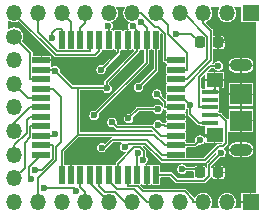
<source format=gtl>
G04 #@! TF.GenerationSoftware,KiCad,Pcbnew,9.0.1-9.0.1-0~ubuntu25.04.1*
G04 #@! TF.CreationDate,2025-05-06T20:57:22+10:00*
G04 #@! TF.ProjectId,MiniUNO,4d696e69-554e-44f2-9e6b-696361645f70,rev?*
G04 #@! TF.SameCoordinates,Original*
G04 #@! TF.FileFunction,Copper,L1,Top*
G04 #@! TF.FilePolarity,Positive*
%FSLAX46Y46*%
G04 Gerber Fmt 4.6, Leading zero omitted, Abs format (unit mm)*
G04 Created by KiCad (PCBNEW 9.0.1-9.0.1-0~ubuntu25.04.1) date 2025-05-06 20:57:22*
%MOMM*%
%LPD*%
G01*
G04 APERTURE LIST*
G04 Aperture macros list*
%AMRoundRect*
0 Rectangle with rounded corners*
0 $1 Rounding radius*
0 $2 $3 $4 $5 $6 $7 $8 $9 X,Y pos of 4 corners*
0 Add a 4 corners polygon primitive as box body*
4,1,4,$2,$3,$4,$5,$6,$7,$8,$9,$2,$3,0*
0 Add four circle primitives for the rounded corners*
1,1,$1+$1,$2,$3*
1,1,$1+$1,$4,$5*
1,1,$1+$1,$6,$7*
1,1,$1+$1,$8,$9*
0 Add four rect primitives between the rounded corners*
20,1,$1+$1,$2,$3,$4,$5,0*
20,1,$1+$1,$4,$5,$6,$7,0*
20,1,$1+$1,$6,$7,$8,$9,0*
20,1,$1+$1,$8,$9,$2,$3,0*%
G04 Aperture macros list end*
G04 #@! TA.AperFunction,SMDPad,CuDef*
%ADD10RoundRect,0.218750X0.218750X0.256250X-0.218750X0.256250X-0.218750X-0.256250X0.218750X-0.256250X0*%
G04 #@! TD*
G04 #@! TA.AperFunction,SMDPad,CuDef*
%ADD11R,1.400000X0.400000*%
G04 #@! TD*
G04 #@! TA.AperFunction,HeatsinkPad*
%ADD12O,1.900000X1.050000*%
G04 #@! TD*
G04 #@! TA.AperFunction,SMDPad,CuDef*
%ADD13R,1.450000X1.150000*%
G04 #@! TD*
G04 #@! TA.AperFunction,SMDPad,CuDef*
%ADD14R,1.900000X1.750000*%
G04 #@! TD*
G04 #@! TA.AperFunction,SMDPad,CuDef*
%ADD15R,1.500000X0.550000*%
G04 #@! TD*
G04 #@! TA.AperFunction,SMDPad,CuDef*
%ADD16R,0.550000X1.500000*%
G04 #@! TD*
G04 #@! TA.AperFunction,ComponentPad*
%ADD17R,1.350000X1.350000*%
G04 #@! TD*
G04 #@! TA.AperFunction,ComponentPad*
%ADD18O,1.350000X1.350000*%
G04 #@! TD*
G04 #@! TA.AperFunction,ComponentPad*
%ADD19C,1.350000*%
G04 #@! TD*
G04 #@! TA.AperFunction,ViaPad*
%ADD20C,0.600000*%
G04 #@! TD*
G04 #@! TA.AperFunction,Conductor*
%ADD21C,0.180000*%
G04 #@! TD*
G04 APERTURE END LIST*
D10*
G04 #@! TO.P,D1,1,K*
G04 #@! TO.N,GND*
X9287500Y5500000D03*
G04 #@! TO.P,D1,2,A*
G04 #@! TO.N,Net-(D1-A)*
X7712500Y5500000D03*
G04 #@! TD*
D11*
G04 #@! TO.P,J1,1,VBUS*
G04 #@! TO.N,VUSB*
X8550000Y-1300000D03*
G04 #@! TO.P,J1,2,D-*
G04 #@! TO.N,Net-(J1-D-)*
X8550000Y-650000D03*
G04 #@! TO.P,J1,3,D+*
G04 #@! TO.N,Net-(J1-D+)*
X8550000Y0D03*
G04 #@! TO.P,J1,4,ID*
G04 #@! TO.N,unconnected-(J1-ID-Pad4)*
X8550000Y650000D03*
G04 #@! TO.P,J1,5,GND*
G04 #@! TO.N,GND*
X8550000Y1300000D03*
D12*
G04 #@! TO.P,J1,6,Shield*
X11200000Y-3575000D03*
D13*
X8970000Y-2320000D03*
D14*
X11200000Y-1125000D03*
X11200000Y1125000D03*
D13*
X8970000Y2320000D03*
D12*
X11200000Y3575000D03*
G04 #@! TD*
D10*
G04 #@! TO.P,D2,1,K*
G04 #@! TO.N,GND*
X9287500Y-5500000D03*
G04 #@! TO.P,D2,2,A*
G04 #@! TO.N,Net-(D2-A)*
X7712500Y-5500000D03*
G04 #@! TD*
D15*
G04 #@! TO.P,U1,1,PE6*
G04 #@! TO.N,D7*
X5700000Y-4000000D03*
G04 #@! TO.P,U1,2,UVCC*
G04 #@! TO.N,+5V*
X5700000Y-3200000D03*
G04 #@! TO.P,U1,3,D-*
G04 #@! TO.N,D-*
X5700000Y-2400000D03*
G04 #@! TO.P,U1,4,D+*
G04 #@! TO.N,D+*
X5700000Y-1600000D03*
G04 #@! TO.P,U1,5,UGND*
G04 #@! TO.N,GND*
X5700000Y-800000D03*
G04 #@! TO.P,U1,6,UCAP*
G04 #@! TO.N,UCAP*
X5700000Y0D03*
G04 #@! TO.P,U1,7,VBUS*
G04 #@! TO.N,VUSB*
X5700000Y800000D03*
G04 #@! TO.P,U1,8,PB0*
G04 #@! TO.N,SS*
X5700000Y1600000D03*
G04 #@! TO.P,U1,9,PB1*
G04 #@! TO.N,SCK*
X5700000Y2400000D03*
G04 #@! TO.P,U1,10,PB2*
G04 #@! TO.N,MOSI*
X5700000Y3200000D03*
G04 #@! TO.P,U1,11,PB3*
G04 #@! TO.N,MISO*
X5700000Y4000000D03*
D16*
G04 #@! TO.P,U1,12,PB7*
G04 #@! TO.N,D11*
X4000000Y5700000D03*
G04 #@! TO.P,U1,13,~{RESET}*
G04 #@! TO.N,RESET*
X3200000Y5700000D03*
G04 #@! TO.P,U1,14,VCC*
G04 #@! TO.N,+5V*
X2400000Y5700000D03*
G04 #@! TO.P,U1,15,GND*
G04 #@! TO.N,GND*
X1600000Y5700000D03*
G04 #@! TO.P,U1,16,XTAL2*
G04 #@! TO.N,XTAL2*
X800000Y5700000D03*
G04 #@! TO.P,U1,17,XTAL1*
G04 #@! TO.N,XTAL1*
X0Y5700000D03*
G04 #@! TO.P,U1,18,PD0*
G04 #@! TO.N,D3{slash}SCL*
X-800000Y5700000D03*
G04 #@! TO.P,U1,19,PD1*
G04 #@! TO.N,D2{slash}SDA*
X-1600000Y5700000D03*
G04 #@! TO.P,U1,20,PD2*
G04 #@! TO.N,D0{slash}RX*
X-2400000Y5700000D03*
G04 #@! TO.P,U1,21,PD3*
G04 #@! TO.N,D1{slash}TX*
X-3200000Y5700000D03*
G04 #@! TO.P,U1,22,PD5*
G04 #@! TO.N,CTS*
X-4000000Y5700000D03*
D15*
G04 #@! TO.P,U1,23,GND*
G04 #@! TO.N,GND*
X-5700000Y4000000D03*
G04 #@! TO.P,U1,24,AVCC*
G04 #@! TO.N,+5V*
X-5700000Y3200000D03*
G04 #@! TO.P,U1,25,PD4*
G04 #@! TO.N,D4*
X-5700000Y2400000D03*
G04 #@! TO.P,U1,26,PD6*
G04 #@! TO.N,D12*
X-5700000Y1600000D03*
G04 #@! TO.P,U1,27,PD7*
G04 #@! TO.N,D6*
X-5700000Y800000D03*
G04 #@! TO.P,U1,28,PB4*
G04 #@! TO.N,D8*
X-5700000Y0D03*
G04 #@! TO.P,U1,29,PB5*
G04 #@! TO.N,D9*
X-5700000Y-800000D03*
G04 #@! TO.P,U1,30,PB6*
G04 #@! TO.N,D10*
X-5700000Y-1600000D03*
G04 #@! TO.P,U1,31,PC6*
G04 #@! TO.N,D5*
X-5700000Y-2400000D03*
G04 #@! TO.P,U1,32,PC7*
G04 #@! TO.N,D13{slash}USER_LED*
X-5700000Y-3200000D03*
G04 #@! TO.P,U1,33,~{HWB}/PE2*
G04 #@! TO.N,Net-(U1-~{HWB}{slash}PE2)*
X-5700000Y-4000000D03*
D16*
G04 #@! TO.P,U1,34,VCC*
G04 #@! TO.N,+5V*
X-4000000Y-5700000D03*
G04 #@! TO.P,U1,35,GND*
G04 #@! TO.N,GND*
X-3200000Y-5700000D03*
G04 #@! TO.P,U1,36,PF7*
G04 #@! TO.N,A0*
X-2400000Y-5700000D03*
G04 #@! TO.P,U1,37,PF6*
G04 #@! TO.N,A1*
X-1600000Y-5700000D03*
G04 #@! TO.P,U1,38,PF5*
G04 #@! TO.N,A2*
X-800000Y-5700000D03*
G04 #@! TO.P,U1,39,PF4*
G04 #@! TO.N,A3*
X0Y-5700000D03*
G04 #@! TO.P,U1,40,PF1*
G04 #@! TO.N,A4*
X800000Y-5700000D03*
G04 #@! TO.P,U1,41,PF0*
G04 #@! TO.N,A5*
X1600000Y-5700000D03*
G04 #@! TO.P,U1,42,AREF*
G04 #@! TO.N,AREF*
X2400000Y-5700000D03*
G04 #@! TO.P,U1,43,GND*
G04 #@! TO.N,GND*
X3200000Y-5700000D03*
G04 #@! TO.P,U1,44,AVCC*
G04 #@! TO.N,+5V*
X4000000Y-5700000D03*
G04 #@! TD*
D17*
G04 #@! TO.P,J3,1,Pin_1*
G04 #@! TO.N,GND*
X12000000Y-8000000D03*
D18*
G04 #@! TO.P,J3,2,Pin_2*
G04 #@! TO.N,VIN*
X10000000Y-8000000D03*
G04 #@! TO.P,J3,3,Pin_3*
G04 #@! TO.N,A5*
X8000000Y-8000000D03*
G04 #@! TO.P,J3,4,Pin_4*
G04 #@! TO.N,A4*
X6000000Y-8000000D03*
G04 #@! TO.P,J3,5,Pin_5*
G04 #@! TO.N,A3*
X4000000Y-8000000D03*
G04 #@! TO.P,J3,6,Pin_6*
G04 #@! TO.N,A2*
X2000000Y-8000000D03*
G04 #@! TO.P,J3,7,Pin_7*
G04 #@! TO.N,A1*
X0Y-8000000D03*
G04 #@! TO.P,J3,8,Pin_8*
G04 #@! TO.N,A0*
X-2000000Y-8000000D03*
G04 #@! TO.P,J3,9,Pin_9*
G04 #@! TO.N,D13{slash}USER_LED*
X-4000000Y-8000000D03*
G04 #@! TO.P,J3,10,Pin_10*
G04 #@! TO.N,D12*
X-6000000Y-8000000D03*
G04 #@! TO.P,J3,11,Pin_11*
G04 #@! TO.N,D11*
X-8000000Y-8000000D03*
G04 #@! TD*
D17*
G04 #@! TO.P,J2,1,Pin_1*
G04 #@! TO.N,+5V*
X12000000Y8000000D03*
D18*
G04 #@! TO.P,J2,2,Pin_2*
G04 #@! TO.N,RESET*
X10000000Y8000000D03*
G04 #@! TO.P,J2,3,Pin_3*
G04 #@! TO.N,SS*
X8000000Y8000000D03*
G04 #@! TO.P,J2,4,Pin_4*
G04 #@! TO.N,SCK*
X6000000Y8000000D03*
G04 #@! TO.P,J2,5,Pin_5*
G04 #@! TO.N,MOSI*
X4000000Y8000000D03*
G04 #@! TO.P,J2,6,Pin_6*
G04 #@! TO.N,MISO*
X2000000Y8000000D03*
G04 #@! TO.P,J2,7,Pin_7*
G04 #@! TO.N,CTS*
X0Y8000000D03*
G04 #@! TO.P,J2,8,Pin_8*
G04 #@! TO.N,D0{slash}RX*
X-2000000Y8000000D03*
G04 #@! TO.P,J2,9,Pin_9*
G04 #@! TO.N,D1{slash}TX*
X-4000000Y8000000D03*
G04 #@! TO.P,J2,10,Pin_10*
G04 #@! TO.N,D2{slash}SDA*
X-6000000Y8000000D03*
G04 #@! TO.P,J2,11,Pin_11*
G04 #@! TO.N,D3{slash}SCL*
X-8000000Y8000000D03*
G04 #@! TD*
D19*
G04 #@! TO.P,J4,1,Pin_1*
G04 #@! TO.N,D4*
X-8000000Y6000000D03*
D18*
G04 #@! TO.P,J4,2,Pin_2*
G04 #@! TO.N,D5*
X-8000000Y4000000D03*
G04 #@! TO.P,J4,3,Pin_3*
G04 #@! TO.N,D6*
X-8000000Y2000000D03*
G04 #@! TO.P,J4,4,Pin_4*
G04 #@! TO.N,D7*
X-8000000Y0D03*
G04 #@! TO.P,J4,5,Pin_5*
G04 #@! TO.N,D8*
X-8000000Y-2000000D03*
G04 #@! TO.P,J4,6,Pin_6*
G04 #@! TO.N,D9*
X-8000000Y-4000000D03*
G04 #@! TO.P,J4,7,Pin_7*
G04 #@! TO.N,D10*
X-8000000Y-6000000D03*
G04 #@! TD*
D20*
G04 #@! TO.N,D-*
X273700Y-1259500D03*
G04 #@! TO.N,D+*
X4162100Y-1480000D03*
G04 #@! TO.N,VUSB*
X6897300Y164000D03*
G04 #@! TO.N,UCAP*
X4079300Y1121400D03*
G04 #@! TO.N,AREF*
X2455600Y-3884500D03*
G04 #@! TO.N,D7*
X-598500Y-3399200D03*
G04 #@! TO.N,Net-(D2-A)*
X1662400Y-933100D03*
X4151700Y-152400D03*
X6207900Y-5228600D03*
G04 #@! TO.N,D11*
X-5478900Y-6835300D03*
X-2788400Y-7040400D03*
X2527700Y1706200D03*
G04 #@! TO.N,CTS*
X-4790800Y5859200D03*
G04 #@! TO.N,D5*
X-4514600Y-2238600D03*
G04 #@! TO.N,A4*
X2905000Y-4427600D03*
G04 #@! TO.N,D13{slash}USER_LED*
X-6224600Y-5285400D03*
G04 #@! TO.N,+5V*
X7701400Y-2761700D03*
X-4538300Y3106000D03*
X-124300Y1607000D03*
X2015300Y6878700D03*
X9507300Y-3839300D03*
G04 #@! TO.N,Net-(U1-~{HWB}{slash}PE2)*
X-6557700Y-6042700D03*
G04 #@! TO.N,Net-(J1-D-)*
X1348200Y-3350400D03*
G04 #@! TO.N,Net-(J1-D+)*
X9276500Y3513800D03*
G04 #@! TO.N,Net-(D1-A)*
X5723500Y6223900D03*
G04 #@! TO.N,RESET*
X-1235500Y-663700D03*
X2758500Y7197000D03*
G04 #@! TO.N,XTAL2*
X-664400Y3202600D03*
G04 #@! TO.N,GND*
X5067100Y-6618500D03*
X-2435400Y-3178800D03*
X-2423200Y2167100D03*
X11042100Y6969700D03*
X2937700Y-991800D03*
G04 #@! TO.N,XTAL1*
X-50000Y6912500D03*
G04 #@! TD*
D21*
G04 #@! TO.N,GND*
X5067100Y-6641700D02*
X5067100Y-6618500D01*
G04 #@! TO.N,A2*
X-800000Y-5700000D02*
X-800000Y-6630000D01*
X-800000Y-6630000D02*
X-296000Y-7134000D01*
X-296000Y-7134000D02*
X498106Y-7134000D01*
X498106Y-7134000D02*
X1364106Y-8000000D01*
X1364106Y-8000000D02*
X2000000Y-8000000D01*
G04 #@! TO.N,VUSB*
X5700000Y800000D02*
X6261300Y800000D01*
X6261300Y800000D02*
X6897300Y164000D01*
G04 #@! TO.N,D6*
X-8000000Y2000000D02*
X-6800000Y800000D01*
X-6800000Y800000D02*
X-5700000Y800000D01*
G04 #@! TO.N,D8*
X-8000000Y-2000000D02*
X-8000000Y-1358300D01*
X-8000000Y-1358300D02*
X-6641700Y0D01*
X-6641700Y0D02*
X-5700000Y0D01*
G04 #@! TO.N,D9*
X-8000000Y-4000000D02*
X-8000000Y-3224709D01*
X-8000000Y-3224709D02*
X-6922000Y-2146709D01*
X-6922000Y-1092000D02*
X-6630000Y-800000D01*
X-6922000Y-2146709D02*
X-6922000Y-1092000D01*
X-6630000Y-800000D02*
X-5700000Y-800000D01*
G04 #@! TO.N,D10*
X-8000000Y-6000000D02*
X-7134000Y-5134000D01*
X-7134000Y-5134000D02*
X-7134000Y-3034000D01*
X-7134000Y-3034000D02*
X-6641000Y-2541000D01*
X-6641000Y-2541000D02*
X-6641000Y-1611000D01*
X-6641000Y-1611000D02*
X-6630000Y-1600000D01*
X-6630000Y-1600000D02*
X-5700000Y-1600000D01*
G04 #@! TO.N,A1*
X-1600000Y-5700000D02*
X-1600000Y-6400000D01*
X-1600000Y-6400000D02*
X0Y-8000000D01*
G04 #@! TO.N,A3*
X4000000Y-8000000D02*
X3224709Y-8000000D01*
X684200Y-6922700D02*
X0Y-6238500D01*
X0Y-6238500D02*
X0Y-5700000D01*
X3224709Y-8000000D02*
X2147409Y-6922700D01*
X2147409Y-6922700D02*
X684200Y-6922700D01*
G04 #@! TO.N,SS*
X5700000Y1600000D02*
X6258700Y1600000D01*
X6258700Y1600000D02*
X8639200Y3980500D01*
X8639200Y3980500D02*
X8639200Y6494100D01*
X8639200Y6494100D02*
X8000000Y7133300D01*
X8000000Y7133300D02*
X8000000Y8000000D01*
G04 #@! TO.N,SCK*
X6000000Y8000000D02*
X6350800Y8000000D01*
X6350800Y8000000D02*
X8357500Y5993300D01*
G04 #@! TO.N,MOSI*
X4000000Y8000000D02*
X5039300Y6960700D01*
X5039300Y6960700D02*
X5039300Y6212900D01*
X5039300Y6212900D02*
X6641700Y4610500D01*
X6641700Y4610500D02*
X6641700Y3200000D01*
X6641700Y3200000D02*
X5700000Y3200000D01*
G04 #@! TO.N,MISO*
X2000000Y8000000D02*
X2687100Y8000000D01*
X2687100Y8000000D02*
X3898800Y6788300D01*
G04 #@! TO.N,+5V*
X2015300Y6878700D02*
X2400000Y6494000D01*
X2400000Y6494000D02*
X2400000Y5700000D01*
G04 #@! TO.N,D1{slash}TX*
X-4000000Y8000000D02*
X-3200000Y7200000D01*
X-3200000Y7200000D02*
X-3200000Y5700000D01*
G04 #@! TO.N,D3{slash}SCL*
X-8000000Y8000000D02*
X-8000000Y7940200D01*
X-8000000Y7940200D02*
X-4488300Y4428500D01*
G04 #@! TO.N,D-*
X5700000Y-2400000D02*
X4758300Y-2400000D01*
X4386800Y-2400000D02*
X4758300Y-2400000D01*
X3669900Y-1683100D02*
X4386800Y-2400000D01*
X697300Y-1683100D02*
X3669900Y-1683100D01*
X273700Y-1259500D02*
X697300Y-1683100D01*
G04 #@! TO.N,D+*
X5700000Y-1600000D02*
X4758300Y-1600000D01*
X4638300Y-1480000D02*
X4162100Y-1480000D01*
X4758300Y-1600000D02*
X4638300Y-1480000D01*
X4162100Y-1480000D02*
X4161000Y-1478900D01*
X4161000Y-1478900D02*
X4162100Y-1480000D01*
G04 #@! TO.N,VUSB*
X8550000Y-1300000D02*
X7658300Y-1300000D01*
X6897300Y-539000D02*
X7658300Y-1300000D01*
X6897300Y164000D02*
X6897300Y-539000D01*
G04 #@! TO.N,UCAP*
X4758300Y442400D02*
X4079300Y1121400D01*
X4758300Y0D02*
X4758300Y442400D01*
X5700000Y0D02*
X4758300Y0D01*
G04 #@! TO.N,AREF*
X2400000Y-3940100D02*
X2455600Y-3884500D01*
X2400000Y-5700000D02*
X2400000Y-3940100D01*
X2455600Y-3884500D02*
X2400000Y-3940100D01*
X2400000Y-3940100D02*
X2455600Y-3884500D01*
G04 #@! TO.N,D2{slash}SDA*
X-1600000Y5700000D02*
X-1600000Y4758300D01*
X-6000000Y6372900D02*
X-6000000Y8000000D01*
X-4385400Y4758300D02*
X-6000000Y6372900D01*
X-1600000Y4758300D02*
X-4385400Y4758300D01*
G04 #@! TO.N,D7*
X255800Y-2778000D02*
X-365400Y-3399200D01*
X3248600Y-2778000D02*
X255800Y-2778000D01*
X4470600Y-4000000D02*
X3248600Y-2778000D01*
X5700000Y-4000000D02*
X4470600Y-4000000D01*
X-365400Y-3399200D02*
X-458500Y-3399200D01*
X-458500Y-3399200D02*
X-598500Y-3399200D01*
X-598500Y-3399200D02*
X-570700Y-3399200D01*
X-570700Y-3399200D02*
X-598500Y-3399200D01*
G04 #@! TO.N,Net-(D2-A)*
X2442000Y-152400D02*
X4151700Y-152400D01*
X1660800Y-933600D02*
X2442000Y-152400D01*
X7441100Y-5228600D02*
X7712500Y-5500000D01*
X6207900Y-5228600D02*
X7441100Y-5228600D01*
X1660800Y-933600D02*
X1661300Y-933100D01*
X1661300Y-933100D02*
X1662400Y-933100D01*
X1662400Y-933100D02*
X1661300Y-933100D01*
X1661300Y-933100D02*
X1662400Y-933100D01*
X1662400Y-933100D02*
X1824100Y-1094800D01*
X1824100Y-1094800D02*
X1662400Y-933100D01*
G04 #@! TO.N,D4*
X-5700000Y2400000D02*
X-6641700Y2400000D01*
X-6641700Y4641700D02*
X-8000000Y6000000D01*
X-6641700Y2400000D02*
X-6641700Y4641700D01*
G04 #@! TO.N,D11*
X-2993500Y-6835300D02*
X-2788400Y-7040400D01*
X-5478900Y-6835300D02*
X-2993500Y-6835300D01*
X4000000Y3178500D02*
X4000000Y5700000D01*
X2527700Y1706200D02*
X4000000Y3178500D01*
X2527700Y1706200D02*
X2423000Y1706200D01*
X2423000Y1706200D02*
X2527700Y1706200D01*
X-2788400Y-7040400D02*
X-2967900Y-6860900D01*
X-2967900Y-6860900D02*
X-2788400Y-7040400D01*
G04 #@! TO.N,D0{slash}RX*
X-2400000Y6733300D02*
X-2000000Y7133300D01*
X-2400000Y5700000D02*
X-2400000Y6733300D01*
X-2000000Y8000000D02*
X-2000000Y7133300D01*
G04 #@! TO.N,SCK*
X5700000Y2400000D02*
X6641700Y2400000D01*
X8357500Y4115800D02*
X6641700Y2400000D01*
X8357500Y5993300D02*
X8357500Y4115800D01*
G04 #@! TO.N,D3{slash}SCL*
X-1129800Y4428500D02*
X-800000Y4758300D01*
X-4488300Y4428500D02*
X-1129800Y4428500D01*
X-800000Y5700000D02*
X-800000Y4758300D01*
G04 #@! TO.N,A5*
X8000000Y-8000000D02*
X7133300Y-8000000D01*
X1600000Y-5700000D02*
X1600000Y-6641700D01*
X7133300Y-7820400D02*
X7133300Y-8000000D01*
X6424300Y-7111400D02*
X7133300Y-7820400D01*
X2916900Y-7111400D02*
X6424300Y-7111400D01*
X2447200Y-6641700D02*
X2916900Y-7111400D01*
X1600000Y-6641700D02*
X2447200Y-6641700D01*
G04 #@! TO.N,MISO*
X4207700Y6788300D02*
X3898800Y6788300D01*
X4758300Y6237700D02*
X4207700Y6788300D01*
X4758300Y4000000D02*
X4758300Y6237700D01*
X5700000Y4000000D02*
X4758300Y4000000D01*
G04 #@! TO.N,D12*
X-5700000Y1600000D02*
X-4758300Y1600000D01*
X-6000000Y-8000000D02*
X-6000000Y-7133300D01*
X-6000000Y-6011200D02*
X-6000000Y-7133300D01*
X-4476600Y-4487800D02*
X-6000000Y-6011200D01*
X-4476600Y-3370400D02*
X-4476600Y-4487800D01*
X-4021500Y-2915300D02*
X-4476600Y-3370400D01*
X-4021500Y863200D02*
X-4021500Y-2915300D01*
X-4758300Y1600000D02*
X-4021500Y863200D01*
G04 #@! TO.N,A0*
X-2400000Y-6733300D02*
X-2000000Y-7133300D01*
X-2400000Y-5700000D02*
X-2400000Y-6733300D01*
X-2000000Y-8000000D02*
X-2000000Y-7133300D01*
G04 #@! TO.N,D5*
X-4676000Y-2400000D02*
X-4514600Y-2238600D01*
X-5700000Y-2400000D02*
X-4676000Y-2400000D01*
G04 #@! TO.N,A4*
X800000Y-5700000D02*
X800000Y-4758300D01*
X2986900Y-4345700D02*
X2905000Y-4427600D01*
X2986900Y-3711900D02*
X2986900Y-4345700D01*
X2655600Y-3380600D02*
X2986900Y-3711900D01*
X2177700Y-3380600D02*
X2655600Y-3380600D01*
X800000Y-4758300D02*
X2177700Y-3380600D01*
X2905000Y-4427600D02*
X2986900Y-4345700D01*
X2986900Y-4345700D02*
X2905000Y-4427600D01*
G04 #@! TO.N,D13{slash}USER_LED*
X-5700000Y-3200000D02*
X-4758300Y-3200000D01*
X-5686100Y-5285400D02*
X-6224600Y-5285400D01*
X-4758300Y-4357600D02*
X-5686100Y-5285400D01*
X-4758300Y-3200000D02*
X-4758300Y-4357600D01*
G04 #@! TO.N,+5V*
X-5700000Y3200000D02*
X-4758300Y3200000D01*
X-4664300Y3106000D02*
X-4758300Y3200000D01*
X-4538300Y3106000D02*
X-4664300Y3106000D01*
X5700000Y-3200000D02*
X4758300Y-3200000D01*
X2400000Y5700000D02*
X2400000Y4758300D01*
X-4000000Y-3666700D02*
X-4000000Y-5700000D01*
X-2634100Y-2300800D02*
X-4000000Y-3666700D01*
X-3104700Y1672400D02*
X-4538300Y3106000D01*
X-2634100Y1672400D02*
X-3104700Y1672400D01*
X-191300Y2167000D02*
X-191300Y1674000D01*
X2400000Y4758300D02*
X-191300Y2167000D01*
X-2632500Y1674000D02*
X-2634100Y1672400D01*
X-191300Y1674000D02*
X-2632500Y1674000D01*
X-124300Y1607000D02*
X-191300Y1674000D01*
X3859100Y-2300800D02*
X-2634100Y-2300800D01*
X4758300Y-3200000D02*
X3859100Y-2300800D01*
X-2634100Y1672400D02*
X-2634100Y-2300800D01*
X7263100Y-3200000D02*
X5700000Y-3200000D01*
X7701400Y-2761700D02*
X7263100Y-3200000D01*
X5289400Y-5700000D02*
X4000000Y-5700000D01*
X5792000Y-6202600D02*
X5289400Y-5700000D01*
X8072300Y-6202600D02*
X5792000Y-6202600D01*
X8500000Y-5774900D02*
X8072300Y-6202600D01*
X8500000Y-4846600D02*
X8500000Y-5774900D01*
X9507300Y-3839300D02*
X8500000Y-4846600D01*
G04 #@! TO.N,Net-(U1-~{HWB}{slash}PE2)*
X-6716400Y-5884000D02*
X-6557700Y-6042700D01*
X-6716400Y-5016400D02*
X-6716400Y-5884000D01*
X-5700000Y-4000000D02*
X-6716400Y-5016400D01*
X-6557700Y-6042700D02*
X-6557700Y-6041100D01*
X-6557700Y-6041100D02*
X-6557700Y-6042700D01*
G04 #@! TO.N,Net-(J1-D-)*
X8550000Y-650000D02*
X9441700Y-650000D01*
X1348200Y-3350400D02*
X1199700Y-3350400D01*
X1199700Y-3350400D02*
X1348200Y-3350400D01*
X1632800Y-3065800D02*
X1348200Y-3350400D01*
X3104200Y-3065800D02*
X1632800Y-3065800D01*
X4525400Y-4487000D02*
X3104200Y-3065800D01*
X8109500Y-4487000D02*
X4525400Y-4487000D01*
X9303800Y-3292700D02*
X8109500Y-4487000D01*
X9634800Y-3292700D02*
X9303800Y-3292700D01*
X9918300Y-3009200D02*
X9634800Y-3292700D01*
X9918300Y-1126600D02*
X9918300Y-3009200D01*
X9441700Y-650000D02*
X9918300Y-1126600D01*
G04 #@! TO.N,Net-(J1-D+)*
X7658300Y2582400D02*
X7658300Y0D01*
X8589700Y3513800D02*
X7658300Y2582400D01*
X9276500Y3513800D02*
X8589700Y3513800D01*
X8550000Y0D02*
X7658300Y0D01*
G04 #@! TO.N,Net-(D1-A)*
X6988600Y6223900D02*
X5723500Y6223900D01*
X7712500Y5500000D02*
X6988600Y6223900D01*
G04 #@! TO.N,RESET*
X3200000Y6755500D02*
X2758500Y7197000D01*
X3200000Y5700000D02*
X3200000Y6755500D01*
X3200000Y3771800D02*
X-1235500Y-663700D01*
X3200000Y5700000D02*
X3200000Y3771800D01*
G04 #@! TO.N,XTAL2*
X800000Y4667000D02*
X-664400Y3202600D01*
X800000Y5700000D02*
X800000Y4667000D01*
G04 #@! TO.N,GND*
X11200000Y-3575000D02*
X10058300Y-3575000D01*
X11200000Y3575000D02*
X10058300Y3575000D01*
X12000000Y-8000000D02*
X11133300Y-8000000D01*
X8970000Y-2320000D02*
X8970000Y-2511600D01*
X9246600Y1936700D02*
X10058300Y1125000D01*
X8970000Y1936700D02*
X9246600Y1936700D01*
X8970000Y2320000D02*
X8970000Y1936700D01*
X11200000Y1125000D02*
X10629200Y1125000D01*
X10629200Y1125000D02*
X10058300Y1125000D01*
X5700000Y-800000D02*
X6641700Y-800000D01*
X9883800Y-6641700D02*
X9287500Y-6641700D01*
X11133300Y-7891200D02*
X9883800Y-6641700D01*
X11133300Y-8000000D02*
X11133300Y-7891200D01*
X3200000Y-5700000D02*
X3200000Y-6641700D01*
X-5700000Y4000000D02*
X-4758300Y4000000D01*
X-3200000Y-5700000D02*
X-3200000Y-4758300D01*
X-510100Y2648200D02*
X-2423200Y2648200D01*
X1600000Y4758300D02*
X-510100Y2648200D01*
X-3775000Y4000000D02*
X-4758300Y4000000D01*
X-2423200Y2648200D02*
X-3775000Y4000000D01*
X-2423200Y2648200D02*
X-2423200Y2167100D01*
X-3200000Y-3943400D02*
X-2435400Y-3178800D01*
X-3200000Y-4758300D02*
X-3200000Y-3943400D01*
X9572400Y5500000D02*
X9287500Y5500000D01*
X11042100Y6969700D02*
X9572400Y5500000D01*
X1600000Y5700000D02*
X1600000Y4758300D01*
X8970000Y2320000D02*
X9886700Y2320000D01*
X9993800Y2427100D02*
X9993800Y3575000D01*
X9886700Y2320000D02*
X9993800Y2427100D01*
X10058300Y3575000D02*
X9993800Y3575000D01*
X9287500Y4281300D02*
X9287500Y5500000D01*
X9993800Y3575000D02*
X9287500Y4281300D01*
X8353300Y-2511600D02*
X8970000Y-2511600D01*
X6641700Y-800000D02*
X8353300Y-2511600D01*
X10058300Y-4729200D02*
X10058300Y-3575000D01*
X9287500Y-5500000D02*
X10058300Y-4729200D01*
X9287500Y-6641700D02*
X9287500Y-5500000D01*
X11200000Y554200D02*
X11200000Y-1125000D01*
X10629200Y1125000D02*
X11200000Y554200D01*
X11200000Y-1125000D02*
X11200000Y-3575000D01*
X5700000Y-800000D02*
X4758300Y-800000D01*
X3200000Y-6641700D02*
X5067100Y-6641700D01*
X3129500Y-800000D02*
X4758300Y-800000D01*
X2937700Y-991800D02*
X3129500Y-800000D01*
X-2435400Y-3178800D02*
X-2523600Y-3267000D01*
X-2523600Y-3267000D02*
X-2435400Y-3178800D01*
X5067100Y-6641700D02*
X9287500Y-6641700D01*
G04 #@! TO.N,XTAL1*
X0Y6862500D02*
X0Y5700000D01*
X-50000Y6912500D02*
X0Y6862500D01*
G04 #@! TO.N,CTS*
X-4000000Y5700000D02*
X-4000000Y6641700D01*
X-4790800Y6289400D02*
X-4438500Y6641700D01*
X-4438500Y6641700D02*
X-4000000Y6641700D01*
X-4790800Y5859200D02*
X-4790800Y6289400D01*
G04 #@! TO.N,GND*
X8550000Y1300000D02*
X8716700Y1300000D01*
X8716700Y1300000D02*
X8970000Y1553300D01*
X8970000Y1936700D02*
X8970000Y1553300D01*
G04 #@! TD*
G04 #@! TA.AperFunction,Conductor*
G04 #@! TO.N,GND*
G36*
X9344045Y8485148D02*
G01*
X9358397Y8450500D01*
X9350139Y8423277D01*
X9312758Y8367332D01*
X9312758Y8367331D01*
X9254304Y8226212D01*
X9254299Y8226193D01*
X9224500Y8076385D01*
X9224500Y7923614D01*
X9254299Y7773806D01*
X9254304Y7773787D01*
X9312758Y7632668D01*
X9312758Y7632667D01*
X9397627Y7505650D01*
X9505650Y7397627D01*
X9585843Y7344045D01*
X9632663Y7312761D01*
X9632664Y7312760D01*
X9632668Y7312758D01*
X9773787Y7254304D01*
X9773806Y7254299D01*
X9923614Y7224500D01*
X9923620Y7224500D01*
X10076385Y7224500D01*
X10226193Y7254299D01*
X10226202Y7254301D01*
X10226205Y7254302D01*
X10226206Y7254302D01*
X10226212Y7254304D01*
X10367331Y7312758D01*
X10367332Y7312758D01*
X10367335Y7312760D01*
X10367337Y7312761D01*
X10440277Y7361498D01*
X10494349Y7397627D01*
X10602372Y7505650D01*
X10648081Y7574059D01*
X10687239Y7632663D01*
X10745698Y7773795D01*
X10762407Y7857799D01*
X10775499Y7923614D01*
X10775500Y7923621D01*
X10775500Y8076378D01*
X10775499Y8076385D01*
X10770599Y8101019D01*
X10745698Y8226205D01*
X10687239Y8367337D01*
X10649861Y8423277D01*
X10642545Y8460060D01*
X10663380Y8491242D01*
X10690603Y8499500D01*
X11175500Y8499500D01*
X11210148Y8485148D01*
X11224500Y8450500D01*
X11224500Y7315105D01*
X11224500Y7315104D01*
X11224501Y7315102D01*
X11228193Y7296537D01*
X11230332Y7285784D01*
X11230332Y7285783D01*
X11252542Y7252543D01*
X11285787Y7230330D01*
X11315095Y7224500D01*
X11315101Y7224500D01*
X12450500Y7224500D01*
X12485148Y7210148D01*
X12499500Y7175500D01*
X12499500Y-7176000D01*
X12485148Y-7210648D01*
X12450500Y-7225000D01*
X12050000Y-7225000D01*
X12050000Y-7600000D01*
X11950000Y-7600000D01*
X11950000Y-7225000D01*
X11315155Y-7225000D01*
X11315154Y-7225001D01*
X11285981Y-7230802D01*
X11285977Y-7230804D01*
X11252902Y-7252904D01*
X11230802Y-7285980D01*
X11225000Y-7315154D01*
X11225000Y-7950000D01*
X11600000Y-7950000D01*
X11600000Y-8050000D01*
X11225001Y-8050000D01*
X11225001Y-8450500D01*
X11210649Y-8485148D01*
X11176001Y-8499500D01*
X10690603Y-8499500D01*
X10655955Y-8485148D01*
X10641603Y-8450500D01*
X10649861Y-8423277D01*
X10665414Y-8400000D01*
X10687239Y-8367337D01*
X10745698Y-8226205D01*
X10775500Y-8076380D01*
X10775500Y-7923620D01*
X10745698Y-7773795D01*
X10732591Y-7742153D01*
X10687241Y-7632668D01*
X10687241Y-7632667D01*
X10687239Y-7632664D01*
X10687239Y-7632663D01*
X10644518Y-7568726D01*
X10602372Y-7505650D01*
X10494349Y-7397627D01*
X10423277Y-7350139D01*
X10367337Y-7312761D01*
X10367333Y-7312759D01*
X10367331Y-7312758D01*
X10226212Y-7254304D01*
X10226206Y-7254302D01*
X10226205Y-7254302D01*
X10226202Y-7254301D01*
X10226193Y-7254299D01*
X10076385Y-7224500D01*
X10076380Y-7224500D01*
X9923620Y-7224500D01*
X9923614Y-7224500D01*
X9773806Y-7254299D01*
X9773787Y-7254304D01*
X9632668Y-7312758D01*
X9632664Y-7312760D01*
X9632663Y-7312761D01*
X9611066Y-7327191D01*
X9505650Y-7397627D01*
X9397627Y-7505650D01*
X9312758Y-7632667D01*
X9312758Y-7632668D01*
X9254304Y-7773787D01*
X9254299Y-7773806D01*
X9224500Y-7923614D01*
X9224500Y-8076385D01*
X9254299Y-8226193D01*
X9254304Y-8226212D01*
X9312758Y-8367331D01*
X9312758Y-8367332D01*
X9350139Y-8423277D01*
X9357455Y-8460060D01*
X9336620Y-8491242D01*
X9309397Y-8499500D01*
X8690603Y-8499500D01*
X8655955Y-8485148D01*
X8641603Y-8450500D01*
X8649861Y-8423277D01*
X8665414Y-8400000D01*
X8687239Y-8367337D01*
X8745698Y-8226205D01*
X8775500Y-8076380D01*
X8775500Y-7923620D01*
X8745698Y-7773795D01*
X8732591Y-7742153D01*
X8687241Y-7632668D01*
X8687241Y-7632667D01*
X8687239Y-7632664D01*
X8687239Y-7632663D01*
X8644518Y-7568726D01*
X8602372Y-7505650D01*
X8494349Y-7397627D01*
X8423277Y-7350139D01*
X8367337Y-7312761D01*
X8367333Y-7312759D01*
X8367331Y-7312758D01*
X8226212Y-7254304D01*
X8226206Y-7254302D01*
X8226205Y-7254302D01*
X8226202Y-7254301D01*
X8226193Y-7254299D01*
X8076385Y-7224500D01*
X8076380Y-7224500D01*
X7923620Y-7224500D01*
X7923614Y-7224500D01*
X7773806Y-7254299D01*
X7773787Y-7254304D01*
X7632668Y-7312758D01*
X7632664Y-7312760D01*
X7632663Y-7312761D01*
X7611066Y-7327191D01*
X7505650Y-7397627D01*
X7397627Y-7505650D01*
X7312761Y-7632662D01*
X7312182Y-7634061D01*
X7311819Y-7634423D01*
X7311624Y-7634789D01*
X7311513Y-7634729D01*
X7285662Y-7660579D01*
X7248159Y-7660578D01*
X7232264Y-7649956D01*
X6592690Y-7010383D01*
X6592689Y-7010381D01*
X6592689Y-7010382D01*
X6585798Y-7003490D01*
X6532210Y-6949902D01*
X6516754Y-6943500D01*
X6462194Y-6920900D01*
X6462193Y-6920900D01*
X3016104Y-6920900D01*
X2981456Y-6906548D01*
X2850407Y-6775499D01*
X2699148Y-6624241D01*
X2684797Y-6589594D01*
X2699149Y-6554946D01*
X2701582Y-6552673D01*
X2709734Y-6545559D01*
X2714213Y-6544669D01*
X2747457Y-6522457D01*
X2763176Y-6498929D01*
X2768085Y-6494647D01*
X2780151Y-6490584D01*
X2790739Y-6483510D01*
X2797293Y-6484813D01*
X2803628Y-6482681D01*
X2815033Y-6488341D01*
X2827522Y-6490825D01*
X2834896Y-6498199D01*
X2837221Y-6499353D01*
X2837815Y-6501118D01*
X2841041Y-6504344D01*
X2852903Y-6522096D01*
X2885980Y-6544197D01*
X2915154Y-6549999D01*
X3149999Y-6549999D01*
X3150000Y-6549998D01*
X3150000Y-4850000D01*
X3144871Y-4844872D01*
X3122603Y-4835648D01*
X3108251Y-4801000D01*
X3122603Y-4766352D01*
X3132745Y-4758569D01*
X3150913Y-4748080D01*
X3225480Y-4673513D01*
X3278207Y-4582187D01*
X3305499Y-4480330D01*
X3305500Y-4480330D01*
X3305500Y-4374870D01*
X3305499Y-4374869D01*
X3281392Y-4284899D01*
X3278207Y-4273013D01*
X3278206Y-4273012D01*
X3278206Y-4273010D01*
X3225479Y-4181686D01*
X3191752Y-4147959D01*
X3177400Y-4113311D01*
X3177400Y-3674009D01*
X3177399Y-3674005D01*
X3170991Y-3658535D01*
X3148398Y-3603990D01*
X3094810Y-3550402D01*
X3094808Y-3550401D01*
X3092017Y-3547610D01*
X3092017Y-3547609D01*
X3092013Y-3547606D01*
X2884355Y-3339948D01*
X2870003Y-3305300D01*
X2884355Y-3270652D01*
X2919003Y-3256300D01*
X3004997Y-3256300D01*
X3039644Y-3270651D01*
X4363901Y-4594909D01*
X4363902Y-4594910D01*
X4417490Y-4648498D01*
X4487507Y-4677500D01*
X4487509Y-4677500D01*
X8147391Y-4677500D01*
X8147392Y-4677500D01*
X8147393Y-4677500D01*
X8217410Y-4648498D01*
X8270998Y-4594910D01*
X8270998Y-4594908D01*
X9023152Y-3842754D01*
X9057800Y-3828402D01*
X9092448Y-3842754D01*
X9106800Y-3877402D01*
X9106800Y-3892026D01*
X9116038Y-3926505D01*
X9111142Y-3963688D01*
X9103355Y-3973835D01*
X8554710Y-4522482D01*
X8392091Y-4685101D01*
X8392090Y-4685102D01*
X8365296Y-4711896D01*
X8338502Y-4738689D01*
X8309500Y-4808705D01*
X8309500Y-5078474D01*
X8295148Y-5113122D01*
X8260500Y-5127474D01*
X8225852Y-5113122D01*
X8216091Y-5099183D01*
X8206434Y-5078474D01*
X8196799Y-5057811D01*
X8196797Y-5057809D01*
X8196797Y-5057808D01*
X8117191Y-4978202D01*
X8117189Y-4978201D01*
X8015156Y-4930622D01*
X8015154Y-4930621D01*
X8005854Y-4929396D01*
X7968659Y-4924500D01*
X7968655Y-4924500D01*
X7456345Y-4924500D01*
X7456340Y-4924501D01*
X7409846Y-4930620D01*
X7307811Y-4978200D01*
X7285038Y-5000974D01*
X7262263Y-5023748D01*
X7227617Y-5038100D01*
X6588663Y-5038100D01*
X6554015Y-5023748D01*
X6546228Y-5013601D01*
X6528380Y-4982687D01*
X6453813Y-4908120D01*
X6432223Y-4895655D01*
X6362489Y-4855393D01*
X6362485Y-4855392D01*
X6260630Y-4828100D01*
X6260627Y-4828100D01*
X6155173Y-4828100D01*
X6155170Y-4828100D01*
X6053314Y-4855392D01*
X6053310Y-4855393D01*
X5961986Y-4908120D01*
X5961986Y-4908121D01*
X5887421Y-4982686D01*
X5887420Y-4982686D01*
X5834693Y-5074010D01*
X5834692Y-5074014D01*
X5807400Y-5175869D01*
X5807400Y-5281330D01*
X5834692Y-5383185D01*
X5834693Y-5383189D01*
X5883717Y-5468100D01*
X5887420Y-5474513D01*
X5961987Y-5549080D01*
X5995413Y-5568378D01*
X6053310Y-5601806D01*
X6053312Y-5601806D01*
X6053313Y-5601807D01*
X6133647Y-5623332D01*
X6155169Y-5629099D01*
X6155170Y-5629100D01*
X6155173Y-5629100D01*
X6260630Y-5629100D01*
X6260630Y-5629099D01*
X6362487Y-5601807D01*
X6453813Y-5549080D01*
X6528380Y-5474513D01*
X6546228Y-5443598D01*
X6575982Y-5420769D01*
X6588663Y-5419100D01*
X7125500Y-5419100D01*
X7160148Y-5433452D01*
X7174500Y-5468100D01*
X7174500Y-5793654D01*
X7174501Y-5793659D01*
X7180620Y-5840151D01*
X7180621Y-5840153D01*
X7228201Y-5942189D01*
X7228202Y-5942190D01*
X7228296Y-5942391D01*
X7229932Y-5979859D01*
X7204596Y-6007509D01*
X7183887Y-6012100D01*
X5891203Y-6012100D01*
X5856555Y-5997748D01*
X5457790Y-5598983D01*
X5457789Y-5598981D01*
X5457789Y-5598982D01*
X5450898Y-5592090D01*
X5397310Y-5538502D01*
X5379954Y-5531313D01*
X5327294Y-5509500D01*
X5327293Y-5509500D01*
X4424499Y-5509500D01*
X4389851Y-5495148D01*
X4375499Y-5460500D01*
X4375499Y-4940105D01*
X4375499Y-4940102D01*
X4369669Y-4910787D01*
X4369667Y-4910784D01*
X4369667Y-4910783D01*
X4347457Y-4877543D01*
X4314212Y-4855330D01*
X4284901Y-4849500D01*
X3715105Y-4849500D01*
X3715104Y-4849500D01*
X3715102Y-4849501D01*
X3685787Y-4855331D01*
X3685786Y-4855331D01*
X3685784Y-4855332D01*
X3685783Y-4855332D01*
X3652543Y-4877542D01*
X3652542Y-4877543D01*
X3640440Y-4895655D01*
X3609257Y-4916490D01*
X3572475Y-4909172D01*
X3558957Y-4895654D01*
X3547095Y-4877902D01*
X3514019Y-4855802D01*
X3484846Y-4850000D01*
X3250000Y-4850000D01*
X3250000Y-6549999D01*
X3484845Y-6549999D01*
X3484845Y-6549998D01*
X3514018Y-6544197D01*
X3514022Y-6544195D01*
X3547095Y-6522096D01*
X3558956Y-6504345D01*
X3590138Y-6483509D01*
X3626921Y-6490824D01*
X3640441Y-6504345D01*
X3652541Y-6522455D01*
X3652542Y-6522456D01*
X3652543Y-6522457D01*
X3685787Y-6544669D01*
X3715101Y-6550500D01*
X4284898Y-6550499D01*
X4314213Y-6544669D01*
X4347457Y-6522457D01*
X4369669Y-6489213D01*
X4375500Y-6459899D01*
X4375500Y-5939500D01*
X4389852Y-5904852D01*
X4424500Y-5890500D01*
X5190197Y-5890500D01*
X5224845Y-5904852D01*
X5627706Y-6307713D01*
X5627709Y-6307717D01*
X5627710Y-6307717D01*
X5630501Y-6310508D01*
X5630502Y-6310510D01*
X5684090Y-6364098D01*
X5754107Y-6393100D01*
X5754108Y-6393100D01*
X5754109Y-6393100D01*
X8110191Y-6393100D01*
X8110192Y-6393100D01*
X8110193Y-6393100D01*
X8180210Y-6364098D01*
X8233798Y-6310510D01*
X8233798Y-6310509D01*
X8240689Y-6303618D01*
X8240689Y-6303616D01*
X8661498Y-5882810D01*
X8672776Y-5855581D01*
X8699294Y-5829063D01*
X8736797Y-5829063D01*
X8762455Y-5853624D01*
X8803619Y-5941900D01*
X8883099Y-6021380D01*
X8883101Y-6021381D01*
X8984977Y-6068887D01*
X9031406Y-6074999D01*
X9237499Y-6074999D01*
X9337500Y-6074999D01*
X9543592Y-6074999D01*
X9543597Y-6074998D01*
X9590021Y-6068888D01*
X9691898Y-6021381D01*
X9691900Y-6021380D01*
X9771380Y-5941900D01*
X9771381Y-5941898D01*
X9818887Y-5840022D01*
X9825000Y-5793594D01*
X9825000Y-5550000D01*
X9337500Y-5550000D01*
X9337500Y-6074999D01*
X9237499Y-6074999D01*
X9237500Y-6074998D01*
X9237500Y-5450000D01*
X9337500Y-5450000D01*
X9824999Y-5450000D01*
X9824999Y-5206407D01*
X9824998Y-5206402D01*
X9818888Y-5159978D01*
X9771381Y-5058101D01*
X9771380Y-5058099D01*
X9691900Y-4978619D01*
X9691898Y-4978618D01*
X9590022Y-4931112D01*
X9543594Y-4925000D01*
X9337500Y-4925000D01*
X9337500Y-5450000D01*
X9237500Y-5450000D01*
X9237500Y-4925000D01*
X9031407Y-4925000D01*
X9031402Y-4925001D01*
X8984978Y-4931111D01*
X8883101Y-4978618D01*
X8883099Y-4978619D01*
X8803619Y-5058099D01*
X8803618Y-5058101D01*
X8783909Y-5100368D01*
X8756259Y-5125705D01*
X8718792Y-5124069D01*
X8693455Y-5096419D01*
X8690500Y-5079660D01*
X8690500Y-4945803D01*
X8704852Y-4911155D01*
X9033822Y-4582185D01*
X9372764Y-4243242D01*
X9407411Y-4228891D01*
X9420092Y-4230560D01*
X9427888Y-4232649D01*
X9454571Y-4239800D01*
X9454573Y-4239800D01*
X9560030Y-4239800D01*
X9560030Y-4239799D01*
X9661887Y-4212507D01*
X9753213Y-4159780D01*
X9827780Y-4085213D01*
X9880507Y-3993887D01*
X9907799Y-3892030D01*
X9907800Y-3892030D01*
X9907800Y-3786570D01*
X9907799Y-3786569D01*
X9888650Y-3715104D01*
X9880507Y-3684713D01*
X9880506Y-3684712D01*
X9880506Y-3684710D01*
X9848459Y-3629204D01*
X9845134Y-3623445D01*
X9827780Y-3593387D01*
X9753213Y-3518820D01*
X9752847Y-3518608D01*
X9750312Y-3516088D01*
X9749206Y-3513439D01*
X10150000Y-3513439D01*
X10150000Y-3525000D01*
X10577173Y-3525000D01*
X10575000Y-3530245D01*
X10575000Y-3619755D01*
X10577173Y-3625000D01*
X10150000Y-3625000D01*
X10150000Y-3636560D01*
X10174017Y-3757298D01*
X10174019Y-3757307D01*
X10221130Y-3871044D01*
X10289528Y-3973411D01*
X10376588Y-4060471D01*
X10478955Y-4128869D01*
X10478954Y-4128869D01*
X10592692Y-4175980D01*
X10592701Y-4175982D01*
X10713439Y-4199999D01*
X10713443Y-4200000D01*
X11150000Y-4200000D01*
X11150000Y-3800000D01*
X11250000Y-3800000D01*
X11250000Y-4200000D01*
X11686557Y-4200000D01*
X11686560Y-4199999D01*
X11807298Y-4175982D01*
X11807307Y-4175980D01*
X11921044Y-4128869D01*
X12023411Y-4060471D01*
X12110471Y-3973411D01*
X12178869Y-3871044D01*
X12225980Y-3757307D01*
X12225982Y-3757298D01*
X12249999Y-3636560D01*
X12250000Y-3636557D01*
X12250000Y-3625000D01*
X11822827Y-3625000D01*
X11825000Y-3619755D01*
X11825000Y-3530245D01*
X11822827Y-3525000D01*
X12250000Y-3525000D01*
X12250000Y-3513443D01*
X12249999Y-3513439D01*
X12225982Y-3392701D01*
X12225980Y-3392692D01*
X12178869Y-3278955D01*
X12110471Y-3176588D01*
X12023411Y-3089528D01*
X11921044Y-3021130D01*
X11921045Y-3021130D01*
X11807307Y-2974019D01*
X11807298Y-2974017D01*
X11686560Y-2950000D01*
X11250000Y-2950000D01*
X11250000Y-3350000D01*
X11150000Y-3350000D01*
X11150000Y-2950000D01*
X10713439Y-2950000D01*
X10592701Y-2974017D01*
X10592692Y-2974019D01*
X10478955Y-3021130D01*
X10376588Y-3089528D01*
X10289528Y-3176588D01*
X10221130Y-3278955D01*
X10174019Y-3392692D01*
X10174017Y-3392701D01*
X10150000Y-3513439D01*
X9749206Y-3513439D01*
X9744202Y-3501455D01*
X9736279Y-3487722D01*
X9737135Y-3484530D01*
X9735862Y-3481481D01*
X9741889Y-3466812D01*
X9745998Y-3451500D01*
X9750105Y-3446817D01*
X9750116Y-3446792D01*
X9750134Y-3446784D01*
X9750214Y-3446694D01*
X9770504Y-3426404D01*
X9796298Y-3400610D01*
X9796298Y-3400609D01*
X9803187Y-3393720D01*
X9803188Y-3393717D01*
X10079799Y-3117109D01*
X10108801Y-3047092D01*
X10108801Y-2971307D01*
X10108801Y-2967364D01*
X10108800Y-2967350D01*
X10108800Y-2117594D01*
X10123152Y-2082946D01*
X10157800Y-2068594D01*
X10185023Y-2076852D01*
X10210982Y-2094197D01*
X10240154Y-2099999D01*
X11149999Y-2099999D01*
X11250000Y-2099999D01*
X12159845Y-2099999D01*
X12159845Y-2099998D01*
X12189018Y-2094197D01*
X12189022Y-2094195D01*
X12222097Y-2072095D01*
X12244197Y-2039019D01*
X12250000Y-2009845D01*
X12250000Y-1175000D01*
X11250000Y-1175000D01*
X11250000Y-2099999D01*
X11149999Y-2099999D01*
X11150000Y-2099998D01*
X11150000Y-1075000D01*
X11250000Y-1075000D01*
X12249999Y-1075000D01*
X12249999Y-240155D01*
X12249998Y-240154D01*
X12244197Y-210981D01*
X12244195Y-210977D01*
X12222095Y-177902D01*
X12189019Y-155802D01*
X12159846Y-150000D01*
X11250000Y-150000D01*
X11250000Y-1075000D01*
X11150000Y-1075000D01*
X11150000Y-150000D01*
X10240155Y-150000D01*
X10240154Y-150001D01*
X10210981Y-155802D01*
X10210977Y-155804D01*
X10177902Y-177904D01*
X10155802Y-210980D01*
X10150000Y-240154D01*
X10150000Y-970594D01*
X10135649Y-1005243D01*
X10101001Y-1019595D01*
X10101000Y-1019594D01*
X10101000Y-1019595D01*
X10066352Y-1005244D01*
X10046935Y-985827D01*
X10026210Y-965102D01*
X10026209Y-965101D01*
X9610089Y-548982D01*
X9603198Y-542090D01*
X9549610Y-488502D01*
X9543514Y-485977D01*
X9479594Y-459500D01*
X9479593Y-459500D01*
X9394571Y-459500D01*
X9359923Y-445148D01*
X9346513Y-420060D01*
X9344669Y-410787D01*
X9344667Y-410784D01*
X9344667Y-410783D01*
X9322457Y-377543D01*
X9304794Y-365741D01*
X9283958Y-334558D01*
X9291275Y-297776D01*
X9304789Y-284261D01*
X9322457Y-272457D01*
X9344669Y-239213D01*
X9350500Y-209899D01*
X9350499Y209898D01*
X9344669Y239213D01*
X9344040Y240154D01*
X10150001Y240154D01*
X10155802Y210981D01*
X10155804Y210977D01*
X10177904Y177902D01*
X10210980Y155802D01*
X10240154Y150000D01*
X11150000Y150000D01*
X11250000Y150000D01*
X12159844Y150000D01*
X12159845Y150001D01*
X12189018Y155802D01*
X12189022Y155804D01*
X12222097Y177904D01*
X12244197Y210980D01*
X12250000Y240154D01*
X12250000Y1075000D01*
X11250000Y1075000D01*
X11250000Y150000D01*
X11150000Y150000D01*
X11150000Y1075000D01*
X10150001Y1075000D01*
X10150001Y240154D01*
X9344040Y240154D01*
X9322457Y272457D01*
X9304793Y284258D01*
X9283959Y315439D01*
X9291274Y352222D01*
X9304792Y365740D01*
X9322457Y377543D01*
X9343848Y409558D01*
X9344669Y410786D01*
X9344669Y410787D01*
X9350499Y440095D01*
X9350500Y440101D01*
X9350499Y859898D01*
X9344669Y889213D01*
X9322457Y922457D01*
X9304344Y934558D01*
X9283510Y965739D01*
X9290825Y1002522D01*
X9304344Y1016041D01*
X9322096Y1027903D01*
X9344197Y1060980D01*
X9350000Y1090154D01*
X9350000Y1250000D01*
X8599000Y1250000D01*
X8564352Y1264352D01*
X8550000Y1299000D01*
X8550000Y1301000D01*
X8564352Y1335648D01*
X8599000Y1350000D01*
X9349999Y1350000D01*
X9349999Y1509845D01*
X9344197Y1539018D01*
X9344195Y1539023D01*
X9324314Y1568776D01*
X9316996Y1605558D01*
X9337831Y1636741D01*
X9365055Y1645000D01*
X9704844Y1645000D01*
X9704845Y1645001D01*
X9734018Y1650802D01*
X9734022Y1650804D01*
X9767097Y1672904D01*
X9789197Y1705980D01*
X9795000Y1735154D01*
X9795000Y2009845D01*
X10150000Y2009845D01*
X10150000Y1175000D01*
X11150000Y1175000D01*
X11250000Y1175000D01*
X12249999Y1175000D01*
X12249999Y2009845D01*
X12244197Y2039018D01*
X12244195Y2039022D01*
X12222095Y2072097D01*
X12189019Y2094197D01*
X12159845Y2099999D01*
X11250000Y2099999D01*
X11250000Y1175000D01*
X11150000Y1175000D01*
X11150000Y2099999D01*
X10240155Y2099999D01*
X10210981Y2094197D01*
X10210977Y2094195D01*
X10177902Y2072095D01*
X10155802Y2039019D01*
X10150000Y2009845D01*
X9795000Y2009845D01*
X9795000Y2270000D01*
X8145001Y2270000D01*
X8145001Y1735154D01*
X8150802Y1705981D01*
X8150804Y1705976D01*
X8170686Y1676222D01*
X8178002Y1639439D01*
X8157167Y1608257D01*
X8129944Y1599999D01*
X7897800Y1599999D01*
X7863152Y1614351D01*
X7848800Y1648999D01*
X7848800Y2483196D01*
X7863152Y2517844D01*
X8061352Y2716044D01*
X8096000Y2730396D01*
X8130648Y2716044D01*
X8145000Y2681396D01*
X8145000Y2370000D01*
X8920000Y2370000D01*
X9020000Y2370000D01*
X9794999Y2370000D01*
X9794999Y2904845D01*
X9789197Y2934018D01*
X9789195Y2934022D01*
X9767095Y2967097D01*
X9734019Y2989197D01*
X9704845Y2994999D01*
X9020000Y2994999D01*
X9020000Y2370000D01*
X8920000Y2370000D01*
X8920000Y2994999D01*
X8458603Y2994999D01*
X8423955Y3009351D01*
X8409603Y3043999D01*
X8423955Y3078647D01*
X8654256Y3308948D01*
X8688904Y3323300D01*
X8895737Y3323300D01*
X8930385Y3308948D01*
X8938170Y3298802D01*
X8949630Y3278955D01*
X8956022Y3267884D01*
X9030586Y3193321D01*
X9030586Y3193320D01*
X9121910Y3140593D01*
X9121914Y3140592D01*
X9223769Y3113300D01*
X9223773Y3113300D01*
X9329230Y3113300D01*
X9431085Y3140592D01*
X9431089Y3140593D01*
X9522413Y3193320D01*
X9596979Y3267886D01*
X9649706Y3359210D01*
X9649707Y3359214D01*
X9656417Y3384254D01*
X9676999Y3461069D01*
X9677000Y3461070D01*
X9677000Y3540710D01*
X9677000Y3566527D01*
X9658235Y3636560D01*
X10150000Y3636560D01*
X10150000Y3625000D01*
X10577173Y3625000D01*
X10575000Y3619755D01*
X10575000Y3530245D01*
X10577173Y3525000D01*
X10150000Y3525000D01*
X10150000Y3513439D01*
X10174017Y3392701D01*
X10174019Y3392692D01*
X10221130Y3278955D01*
X10289528Y3176588D01*
X10376588Y3089528D01*
X10478955Y3021130D01*
X10478954Y3021130D01*
X10592692Y2974019D01*
X10592701Y2974017D01*
X10713439Y2950000D01*
X11150000Y2950000D01*
X11150000Y3350000D01*
X11250000Y3350000D01*
X11250000Y2950000D01*
X11686560Y2950000D01*
X11807298Y2974017D01*
X11807307Y2974019D01*
X11921044Y3021130D01*
X12023411Y3089528D01*
X12110471Y3176588D01*
X12178869Y3278955D01*
X12225980Y3392692D01*
X12225982Y3392701D01*
X12249999Y3513439D01*
X12250000Y3513443D01*
X12250000Y3525000D01*
X11822827Y3525000D01*
X11825000Y3530245D01*
X11825000Y3619755D01*
X11822827Y3625000D01*
X12250000Y3625000D01*
X12250000Y3636557D01*
X12249999Y3636560D01*
X12225982Y3757298D01*
X12225980Y3757307D01*
X12178869Y3871044D01*
X12110471Y3973411D01*
X12023411Y4060471D01*
X11921044Y4128869D01*
X11921045Y4128869D01*
X11807307Y4175980D01*
X11807298Y4175982D01*
X11686560Y4199999D01*
X11686557Y4200000D01*
X11250000Y4200000D01*
X11250000Y3800000D01*
X11150000Y3800000D01*
X11150000Y4200000D01*
X10713443Y4200000D01*
X10713439Y4199999D01*
X10592701Y4175982D01*
X10592692Y4175980D01*
X10478955Y4128869D01*
X10376588Y4060471D01*
X10289528Y3973411D01*
X10221130Y3871044D01*
X10174019Y3757307D01*
X10174017Y3757298D01*
X10150000Y3636560D01*
X9658235Y3636560D01*
X9649707Y3668387D01*
X9596980Y3759713D01*
X9522413Y3834280D01*
X9431087Y3887007D01*
X9390343Y3897924D01*
X9329230Y3914300D01*
X9329227Y3914300D01*
X9223773Y3914300D01*
X9223770Y3914300D01*
X9147378Y3893830D01*
X9121913Y3887007D01*
X9121912Y3887006D01*
X9121910Y3887006D01*
X9094264Y3871044D01*
X9030587Y3834280D01*
X8956020Y3759713D01*
X8941122Y3733909D01*
X8938172Y3728799D01*
X8908418Y3705969D01*
X8895737Y3704300D01*
X8750704Y3704300D01*
X8716056Y3718652D01*
X8701704Y3753300D01*
X8716056Y3787948D01*
X8800696Y3872587D01*
X8800696Y3872588D01*
X8800698Y3872590D01*
X8829700Y3942607D01*
X8829700Y4018392D01*
X8829700Y4926605D01*
X8844052Y4961253D01*
X8878700Y4975605D01*
X8899408Y4971014D01*
X8984977Y4931112D01*
X9031406Y4925000D01*
X9237500Y4925000D01*
X9337500Y4925000D01*
X9543592Y4925000D01*
X9543597Y4925001D01*
X9590021Y4931111D01*
X9691898Y4978618D01*
X9691900Y4978619D01*
X9771380Y5058099D01*
X9771381Y5058101D01*
X9818887Y5159977D01*
X9825000Y5206405D01*
X9825000Y5450000D01*
X9337500Y5450000D01*
X9337500Y4925000D01*
X9237500Y4925000D01*
X9237500Y5550000D01*
X9337500Y5550000D01*
X9824999Y5550000D01*
X9824999Y5793592D01*
X9824998Y5793597D01*
X9818888Y5840021D01*
X9771381Y5941898D01*
X9771380Y5941900D01*
X9691900Y6021380D01*
X9691898Y6021381D01*
X9590022Y6068887D01*
X9543593Y6074999D01*
X9337500Y6074999D01*
X9337500Y5550000D01*
X9237500Y5550000D01*
X9237500Y6074999D01*
X9031407Y6074999D01*
X9031402Y6074998D01*
X8984980Y6068888D01*
X8899409Y6028985D01*
X8861941Y6027349D01*
X8834291Y6052685D01*
X8829700Y6073394D01*
X8829700Y6531990D01*
X8829700Y6531993D01*
X8800698Y6602010D01*
X8747110Y6655598D01*
X8747109Y6655598D01*
X8223045Y7179661D01*
X8208694Y7214308D01*
X8223046Y7248956D01*
X8238943Y7259578D01*
X8367331Y7312758D01*
X8367332Y7312758D01*
X8367335Y7312760D01*
X8367337Y7312761D01*
X8440277Y7361498D01*
X8494349Y7397627D01*
X8602372Y7505650D01*
X8648081Y7574059D01*
X8687239Y7632663D01*
X8745698Y7773795D01*
X8762407Y7857799D01*
X8775499Y7923614D01*
X8775500Y7923621D01*
X8775500Y8076378D01*
X8775499Y8076385D01*
X8770599Y8101019D01*
X8745698Y8226205D01*
X8687239Y8367337D01*
X8649861Y8423277D01*
X8642545Y8460060D01*
X8663380Y8491242D01*
X8690603Y8499500D01*
X9309397Y8499500D01*
X9344045Y8485148D01*
G37*
G04 #@! TD.AperFunction*
G04 #@! TA.AperFunction,Conductor*
G36*
X238679Y-2505652D02*
G01*
X253031Y-2540300D01*
X238679Y-2574948D01*
X221693Y-2584028D01*
X222366Y-2585653D01*
X217907Y-2587500D01*
X160640Y-2611221D01*
X147888Y-2616503D01*
X-301745Y-3066136D01*
X-336393Y-3080488D01*
X-360893Y-3073924D01*
X-443915Y-3025992D01*
X-545770Y-2998700D01*
X-545773Y-2998700D01*
X-651227Y-2998700D01*
X-651230Y-2998700D01*
X-753085Y-3025992D01*
X-753089Y-3025993D01*
X-812715Y-3060419D01*
X-844413Y-3078720D01*
X-918980Y-3153287D01*
X-932433Y-3176588D01*
X-971706Y-3244610D01*
X-971706Y-3244612D01*
X-971707Y-3244613D01*
X-987918Y-3305113D01*
X-998999Y-3346469D01*
X-999000Y-3346470D01*
X-999000Y-3451930D01*
X-982624Y-3513043D01*
X-971707Y-3553787D01*
X-918980Y-3645113D01*
X-844413Y-3719680D01*
X-753087Y-3772407D01*
X-651230Y-3799699D01*
X-651230Y-3799700D01*
X-651227Y-3799700D01*
X-545770Y-3799700D01*
X-545769Y-3799699D01*
X-482350Y-3782706D01*
X-443913Y-3772407D01*
X-443912Y-3772406D01*
X-443910Y-3772406D01*
X-359389Y-3723607D01*
X-352587Y-3719680D01*
X-278020Y-3645113D01*
X-270458Y-3632016D01*
X-225293Y-3553789D01*
X-225292Y-3553786D01*
X-219434Y-3531924D01*
X-206755Y-3509963D01*
X-206274Y-3509482D01*
X-203902Y-3507110D01*
X-203901Y-3507108D01*
X58597Y-3244610D01*
X320356Y-2982852D01*
X355004Y-2968500D01*
X1045411Y-2968500D01*
X1080059Y-2982852D01*
X1094411Y-3017500D01*
X1080059Y-3052148D01*
X1027721Y-3104486D01*
X1027720Y-3104486D01*
X974993Y-3195810D01*
X974992Y-3195814D01*
X947700Y-3297669D01*
X947700Y-3403130D01*
X974992Y-3504985D01*
X974993Y-3504989D01*
X1024329Y-3590439D01*
X1027720Y-3596313D01*
X1102287Y-3670880D01*
X1126247Y-3684713D01*
X1193610Y-3723606D01*
X1193612Y-3723606D01*
X1193613Y-3723607D01*
X1273947Y-3745132D01*
X1295469Y-3750899D01*
X1295470Y-3750900D01*
X1295473Y-3750900D01*
X1400926Y-3750900D01*
X1400927Y-3750900D01*
X1411521Y-3748061D01*
X1448701Y-3752954D01*
X1471534Y-3782706D01*
X1466641Y-3819888D01*
X1458852Y-3830039D01*
X1065653Y-4223239D01*
X692091Y-4596801D01*
X692090Y-4596802D01*
X665296Y-4623596D01*
X638502Y-4650389D01*
X609500Y-4720405D01*
X609500Y-4800500D01*
X595148Y-4835148D01*
X560501Y-4849500D01*
X515105Y-4849500D01*
X515104Y-4849500D01*
X515102Y-4849501D01*
X485787Y-4855331D01*
X485786Y-4855331D01*
X485784Y-4855332D01*
X485783Y-4855332D01*
X452543Y-4877542D01*
X452542Y-4877543D01*
X440740Y-4895206D01*
X409557Y-4916041D01*
X372775Y-4908723D01*
X359259Y-4895207D01*
X347457Y-4877543D01*
X314918Y-4855802D01*
X314212Y-4855330D01*
X284901Y-4849500D01*
X-284894Y-4849500D01*
X-284898Y-4849501D01*
X-314213Y-4855331D01*
X-314214Y-4855331D01*
X-314215Y-4855332D01*
X-314216Y-4855332D01*
X-347456Y-4877542D01*
X-347457Y-4877543D01*
X-356060Y-4890419D01*
X-359258Y-4895205D01*
X-390440Y-4916040D01*
X-427223Y-4908724D01*
X-440742Y-4895205D01*
X-452543Y-4877543D01*
X-485787Y-4855330D01*
X-515098Y-4849500D01*
X-1084894Y-4849500D01*
X-1084898Y-4849501D01*
X-1114213Y-4855331D01*
X-1114214Y-4855331D01*
X-1114215Y-4855332D01*
X-1114216Y-4855332D01*
X-1147456Y-4877542D01*
X-1147457Y-4877543D01*
X-1156060Y-4890419D01*
X-1159258Y-4895205D01*
X-1190440Y-4916040D01*
X-1227223Y-4908724D01*
X-1240742Y-4895205D01*
X-1252543Y-4877543D01*
X-1285787Y-4855330D01*
X-1315098Y-4849500D01*
X-1884894Y-4849500D01*
X-1884898Y-4849501D01*
X-1914213Y-4855331D01*
X-1914214Y-4855331D01*
X-1914215Y-4855332D01*
X-1914216Y-4855332D01*
X-1947456Y-4877542D01*
X-1947457Y-4877543D01*
X-1956060Y-4890419D01*
X-1959258Y-4895205D01*
X-1990440Y-4916040D01*
X-2027223Y-4908724D01*
X-2040742Y-4895205D01*
X-2052543Y-4877543D01*
X-2085787Y-4855330D01*
X-2115098Y-4849500D01*
X-2684894Y-4849500D01*
X-2684898Y-4849501D01*
X-2714213Y-4855331D01*
X-2714214Y-4855331D01*
X-2714215Y-4855332D01*
X-2714216Y-4855332D01*
X-2747456Y-4877542D01*
X-2747457Y-4877543D01*
X-2756076Y-4890443D01*
X-2759558Y-4895654D01*
X-2790740Y-4916489D01*
X-2827523Y-4909173D01*
X-2841041Y-4895656D01*
X-2852904Y-4877902D01*
X-2885980Y-4855802D01*
X-2915154Y-4850000D01*
X-3150000Y-4850000D01*
X-3150000Y-5651000D01*
X-3164352Y-5685648D01*
X-3199000Y-5700000D01*
X-3201000Y-5700000D01*
X-3235648Y-5685648D01*
X-3250000Y-5651000D01*
X-3250000Y-4850000D01*
X-3484844Y-4850000D01*
X-3484845Y-4850001D01*
X-3514018Y-4855802D01*
X-3514022Y-4855804D01*
X-3547096Y-4877903D01*
X-3558957Y-4895655D01*
X-3590139Y-4916490D01*
X-3626922Y-4909174D01*
X-3640441Y-4895655D01*
X-3652543Y-4877543D01*
X-3685787Y-4855330D01*
X-3715095Y-4849500D01*
X-3715101Y-4849500D01*
X-3760500Y-4849500D01*
X-3795148Y-4835148D01*
X-3809500Y-4800500D01*
X-3809500Y-3765903D01*
X-3795148Y-3731255D01*
X-2569544Y-2505652D01*
X-2534896Y-2491300D01*
X204031Y-2491300D01*
X238679Y-2505652D01*
G37*
G04 #@! TD.AperFunction*
G04 #@! TA.AperFunction,Conductor*
G36*
X4459147Y6267445D02*
G01*
X4553448Y6173144D01*
X4567800Y6138496D01*
X4567800Y3962105D01*
X4596803Y3892088D01*
X4650388Y3838503D01*
X4650389Y3838502D01*
X4650390Y3838502D01*
X4660583Y3834280D01*
X4720405Y3809500D01*
X4720407Y3809500D01*
X4800501Y3809500D01*
X4835149Y3795148D01*
X4849501Y3760500D01*
X4849501Y3715102D01*
X4851649Y3704300D01*
X4855332Y3685784D01*
X4855332Y3685783D01*
X4877542Y3652543D01*
X4877543Y3652542D01*
X4895206Y3640740D01*
X4916041Y3609557D01*
X4908723Y3572775D01*
X4895207Y3559259D01*
X4877543Y3547457D01*
X4877542Y3547455D01*
X4855330Y3514213D01*
X4855330Y3514212D01*
X4849500Y3484904D01*
X4849500Y2915105D01*
X4849500Y2915104D01*
X4849501Y2915102D01*
X4849502Y2915095D01*
X4855332Y2885784D01*
X4855332Y2885783D01*
X4877542Y2852543D01*
X4877543Y2852542D01*
X4895206Y2840740D01*
X4916041Y2809557D01*
X4908723Y2772775D01*
X4895207Y2759259D01*
X4877543Y2747457D01*
X4877542Y2747455D01*
X4855330Y2714213D01*
X4855330Y2714212D01*
X4849500Y2684904D01*
X4849500Y2115105D01*
X4849500Y2115104D01*
X4849501Y2115102D01*
X4854465Y2090139D01*
X4855332Y2085784D01*
X4855332Y2085783D01*
X4877542Y2052543D01*
X4877543Y2052542D01*
X4895206Y2040740D01*
X4916041Y2009557D01*
X4908723Y1972775D01*
X4895207Y1959259D01*
X4877543Y1947457D01*
X4877542Y1947455D01*
X4855330Y1914213D01*
X4855330Y1914212D01*
X4849500Y1884904D01*
X4849500Y1315105D01*
X4849500Y1315104D01*
X4849501Y1315102D01*
X4855185Y1286520D01*
X4855332Y1285784D01*
X4855332Y1285783D01*
X4877542Y1252543D01*
X4877543Y1252542D01*
X4895206Y1240740D01*
X4916041Y1209557D01*
X4908723Y1172775D01*
X4895207Y1159259D01*
X4877543Y1147457D01*
X4877542Y1147455D01*
X4855330Y1114213D01*
X4855330Y1114212D01*
X4849500Y1084904D01*
X4849500Y738902D01*
X4835148Y704254D01*
X4800500Y689902D01*
X4765852Y704254D01*
X4644799Y825307D01*
X4483242Y986863D01*
X4468891Y1021510D01*
X4470561Y1034193D01*
X4479800Y1068671D01*
X4479800Y1174130D01*
X4458317Y1254304D01*
X4452507Y1275987D01*
X4399780Y1367313D01*
X4325213Y1441880D01*
X4233887Y1494607D01*
X4193143Y1505524D01*
X4132030Y1521900D01*
X4132027Y1521900D01*
X4026573Y1521900D01*
X4026570Y1521900D01*
X3950178Y1501430D01*
X3924713Y1494607D01*
X3924712Y1494606D01*
X3924710Y1494606D01*
X3877845Y1467548D01*
X3833387Y1441880D01*
X3833386Y1441879D01*
X3758820Y1367313D01*
X3706093Y1275989D01*
X3706092Y1275985D01*
X3678800Y1174130D01*
X3678800Y1068669D01*
X3706092Y966814D01*
X3706093Y966810D01*
X3758820Y875486D01*
X3833386Y800921D01*
X3833386Y800920D01*
X3924710Y748193D01*
X3924714Y748192D01*
X4026569Y720900D01*
X4026573Y720900D01*
X4132028Y720900D01*
X4166507Y730138D01*
X4203689Y725242D01*
X4213836Y717455D01*
X4553448Y377844D01*
X4567800Y343196D01*
X4567800Y110763D01*
X4553448Y76115D01*
X4518800Y61763D01*
X4484152Y76115D01*
X4476368Y86257D01*
X4472180Y93513D01*
X4397613Y168080D01*
X4306287Y220807D01*
X4265543Y231724D01*
X4204430Y248100D01*
X4204427Y248100D01*
X4098973Y248100D01*
X4098970Y248100D01*
X4022578Y227630D01*
X3997113Y220807D01*
X3997112Y220806D01*
X3997110Y220806D01*
X3944620Y190500D01*
X3905787Y168080D01*
X3831220Y93513D01*
X3813372Y62599D01*
X3783618Y39769D01*
X3770937Y38100D01*
X2404107Y38100D01*
X2334090Y9098D01*
X2280502Y-44490D01*
X2280501Y-44491D01*
X1796068Y-528923D01*
X1761420Y-543275D01*
X1748738Y-541605D01*
X1715130Y-532600D01*
X1715127Y-532600D01*
X1609673Y-532600D01*
X1609670Y-532600D01*
X1507814Y-559892D01*
X1507810Y-559893D01*
X1416486Y-612620D01*
X1416486Y-612621D01*
X1341921Y-687186D01*
X1341920Y-687186D01*
X1289193Y-778510D01*
X1289192Y-778514D01*
X1261900Y-880369D01*
X1261900Y-985830D01*
X1289192Y-1087685D01*
X1289193Y-1087689D01*
X1330666Y-1159521D01*
X1341920Y-1179013D01*
X1416487Y-1253580D01*
X1436269Y-1265001D01*
X1507810Y-1306306D01*
X1507812Y-1306306D01*
X1507813Y-1306307D01*
X1553326Y-1318502D01*
X1609669Y-1333599D01*
X1609670Y-1333600D01*
X1609673Y-1333600D01*
X1715130Y-1333600D01*
X1715130Y-1333599D01*
X1816987Y-1306307D01*
X1842002Y-1291864D01*
X1857548Y-1287698D01*
X1857259Y-1286241D01*
X1861988Y-1285300D01*
X1861992Y-1285300D01*
X1932009Y-1256298D01*
X1932011Y-1256296D01*
X1932012Y-1256296D01*
X1985596Y-1202712D01*
X1985596Y-1202711D01*
X1985598Y-1202709D01*
X2014600Y-1132692D01*
X2014600Y-1132687D01*
X2015541Y-1127959D01*
X2016998Y-1128248D01*
X2021164Y-1112702D01*
X2035607Y-1087687D01*
X2062899Y-985830D01*
X2062900Y-985830D01*
X2062900Y-880370D01*
X2062899Y-880369D01*
X2053429Y-845024D01*
X2058324Y-807842D01*
X2066107Y-797698D01*
X2506555Y-357252D01*
X2541203Y-342900D01*
X3770937Y-342900D01*
X3805585Y-357252D01*
X3813370Y-367397D01*
X3831220Y-398313D01*
X3905787Y-472880D01*
X3928141Y-485786D01*
X3997110Y-525606D01*
X3997112Y-525606D01*
X3997113Y-525607D01*
X4056819Y-541605D01*
X4098969Y-552899D01*
X4098970Y-552900D01*
X4098973Y-552900D01*
X4204430Y-552900D01*
X4204430Y-552899D01*
X4306287Y-525607D01*
X4397613Y-472880D01*
X4472180Y-398313D01*
X4524907Y-306987D01*
X4552199Y-205130D01*
X4552200Y-205130D01*
X4552200Y-181605D01*
X4566552Y-146957D01*
X4601200Y-132605D01*
X4635848Y-146957D01*
X4650387Y-161496D01*
X4650388Y-161496D01*
X4650390Y-161498D01*
X4720407Y-190500D01*
X4800501Y-190500D01*
X4835149Y-204852D01*
X4849501Y-239500D01*
X4849501Y-284898D01*
X4855331Y-314213D01*
X4855331Y-314214D01*
X4855332Y-314215D01*
X4855332Y-314216D01*
X4877542Y-347456D01*
X4877543Y-347457D01*
X4884676Y-352223D01*
X4895654Y-359558D01*
X4916489Y-390740D01*
X4909173Y-427523D01*
X4895656Y-441041D01*
X4877902Y-452904D01*
X4855802Y-485980D01*
X4850000Y-515154D01*
X4850000Y-750000D01*
X6549999Y-750000D01*
X6549999Y-515155D01*
X6549998Y-515154D01*
X6544197Y-485981D01*
X6544195Y-485977D01*
X6522096Y-452903D01*
X6504344Y-441042D01*
X6483508Y-409859D01*
X6490825Y-373077D01*
X6504343Y-359559D01*
X6522457Y-347457D01*
X6544669Y-314213D01*
X6550500Y-284899D01*
X6550499Y-173886D01*
X6564850Y-139240D01*
X6599499Y-124888D01*
X6628529Y-134413D01*
X6631518Y-136611D01*
X6651387Y-156480D01*
X6684650Y-175684D01*
X6686830Y-177287D01*
X6695239Y-191190D01*
X6705130Y-204079D01*
X6705712Y-208504D01*
X6706240Y-209376D01*
X6705971Y-210467D01*
X6706800Y-216762D01*
X6706800Y-576894D01*
X6721599Y-612621D01*
X6735802Y-646910D01*
X6789390Y-700498D01*
X6789391Y-700498D01*
X6796282Y-707389D01*
X6796281Y-707389D01*
X6796283Y-707390D01*
X7550388Y-1461497D01*
X7550389Y-1461497D01*
X7550391Y-1461499D01*
X7620408Y-1490501D01*
X7620410Y-1490501D01*
X7701894Y-1490501D01*
X7701902Y-1490500D01*
X7705429Y-1490500D01*
X7740077Y-1504852D01*
X7753486Y-1529939D01*
X7755331Y-1539213D01*
X7755331Y-1539214D01*
X7755332Y-1539215D01*
X7755332Y-1539216D01*
X7775084Y-1568777D01*
X7777543Y-1572457D01*
X7810787Y-1594669D01*
X7840101Y-1600500D01*
X8129611Y-1600499D01*
X8164258Y-1614851D01*
X8178610Y-1649499D01*
X8170353Y-1676721D01*
X8150802Y-1705982D01*
X8145000Y-1735154D01*
X8145000Y-2270000D01*
X8921000Y-2270000D01*
X8955648Y-2284352D01*
X8970000Y-2319000D01*
X8970000Y-2320000D01*
X8971000Y-2320000D01*
X9005648Y-2334352D01*
X9020000Y-2369000D01*
X9020000Y-2994999D01*
X9544798Y-2994999D01*
X9579446Y-3009351D01*
X9593798Y-3043999D01*
X9579446Y-3078647D01*
X9570245Y-3087848D01*
X9535597Y-3102200D01*
X9265905Y-3102200D01*
X9195888Y-3131203D01*
X9195887Y-3131203D01*
X8044945Y-4282148D01*
X8010297Y-4296500D01*
X6599500Y-4296500D01*
X6564852Y-4282148D01*
X6550500Y-4247500D01*
X6550499Y-3715105D01*
X6550499Y-3715102D01*
X6544669Y-3685787D01*
X6544667Y-3685784D01*
X6544667Y-3685783D01*
X6522457Y-3652543D01*
X6504794Y-3640741D01*
X6483958Y-3609558D01*
X6491275Y-3572776D01*
X6504789Y-3559261D01*
X6522457Y-3547457D01*
X6544669Y-3514213D01*
X6550500Y-3484899D01*
X6550500Y-3439500D01*
X6564852Y-3404852D01*
X6599500Y-3390500D01*
X7300991Y-3390500D01*
X7300992Y-3390500D01*
X7300993Y-3390500D01*
X7371010Y-3361498D01*
X7424598Y-3307910D01*
X7424598Y-3307909D01*
X7431489Y-3301018D01*
X7431490Y-3301016D01*
X7566863Y-3165642D01*
X7601510Y-3151291D01*
X7614192Y-3152960D01*
X7616480Y-3153574D01*
X7648671Y-3162200D01*
X7648673Y-3162200D01*
X7754130Y-3162200D01*
X7754130Y-3162199D01*
X7855987Y-3134907D01*
X7858939Y-3133203D01*
X7868223Y-3127842D01*
X7947313Y-3082180D01*
X8021880Y-3007613D01*
X8065035Y-2932865D01*
X8094788Y-2910036D01*
X8131970Y-2914931D01*
X8148212Y-2930143D01*
X8172904Y-2967097D01*
X8205980Y-2989197D01*
X8235154Y-2994999D01*
X8919999Y-2994999D01*
X8920000Y-2994998D01*
X8920000Y-2370000D01*
X8145001Y-2370000D01*
X8145001Y-2546168D01*
X8130649Y-2580816D01*
X8096001Y-2595168D01*
X8061353Y-2580816D01*
X8053566Y-2570668D01*
X8021879Y-2515786D01*
X7947313Y-2441220D01*
X7855989Y-2388493D01*
X7855985Y-2388492D01*
X7754130Y-2361200D01*
X7754127Y-2361200D01*
X7648673Y-2361200D01*
X7648670Y-2361200D01*
X7546814Y-2388492D01*
X7546810Y-2388493D01*
X7455486Y-2441220D01*
X7455486Y-2441221D01*
X7380921Y-2515786D01*
X7380920Y-2515786D01*
X7328193Y-2607110D01*
X7328192Y-2607114D01*
X7300900Y-2708969D01*
X7300900Y-2814427D01*
X7310138Y-2848907D01*
X7305242Y-2886089D01*
X7297455Y-2896236D01*
X7198544Y-2995148D01*
X7163897Y-3009500D01*
X6599499Y-3009500D01*
X6564851Y-2995148D01*
X6550499Y-2960500D01*
X6550499Y-2915105D01*
X6550499Y-2915102D01*
X6544669Y-2885787D01*
X6544667Y-2885784D01*
X6544667Y-2885783D01*
X6522457Y-2852543D01*
X6504794Y-2840741D01*
X6483958Y-2809558D01*
X6491275Y-2772776D01*
X6504789Y-2759261D01*
X6522457Y-2747457D01*
X6544669Y-2714213D01*
X6550500Y-2684899D01*
X6550499Y-2115102D01*
X6544669Y-2085787D01*
X6544667Y-2085784D01*
X6544667Y-2085783D01*
X6522457Y-2052543D01*
X6504794Y-2040741D01*
X6483958Y-2009558D01*
X6491275Y-1972776D01*
X6504789Y-1959261D01*
X6522457Y-1947457D01*
X6544669Y-1914213D01*
X6550500Y-1884899D01*
X6550499Y-1315102D01*
X6544669Y-1285787D01*
X6544667Y-1285784D01*
X6544667Y-1285783D01*
X6522457Y-1252543D01*
X6504345Y-1240441D01*
X6483509Y-1209258D01*
X6490826Y-1172476D01*
X6504345Y-1158957D01*
X6522097Y-1147095D01*
X6544197Y-1114019D01*
X6550000Y-1084845D01*
X6550000Y-850000D01*
X4850001Y-850000D01*
X4850001Y-1084845D01*
X4855802Y-1114018D01*
X4855804Y-1114022D01*
X4877903Y-1147096D01*
X4895655Y-1158957D01*
X4916490Y-1190139D01*
X4909174Y-1226922D01*
X4895655Y-1240441D01*
X4877543Y-1252543D01*
X4855330Y-1285786D01*
X4849682Y-1314181D01*
X4828846Y-1345363D01*
X4792063Y-1352678D01*
X4766977Y-1339269D01*
X4746210Y-1318502D01*
X4716769Y-1306307D01*
X4676194Y-1289500D01*
X4676193Y-1289500D01*
X4542863Y-1289500D01*
X4508215Y-1275148D01*
X4500428Y-1265001D01*
X4482580Y-1234087D01*
X4408013Y-1159520D01*
X4407038Y-1158957D01*
X4316689Y-1106793D01*
X4316685Y-1106792D01*
X4214830Y-1079500D01*
X4214827Y-1079500D01*
X4109373Y-1079500D01*
X4109370Y-1079500D01*
X4007514Y-1106792D01*
X4007510Y-1106793D01*
X3916186Y-1159520D01*
X3916186Y-1159521D01*
X3841621Y-1234086D01*
X3841620Y-1234086D01*
X3788893Y-1325410D01*
X3788892Y-1325414D01*
X3761600Y-1427269D01*
X3761600Y-1443600D01*
X3747248Y-1478248D01*
X3712600Y-1492600D01*
X796503Y-1492600D01*
X761855Y-1478248D01*
X677643Y-1394036D01*
X663291Y-1359388D01*
X664960Y-1346709D01*
X674200Y-1312227D01*
X674200Y-1206773D01*
X674200Y-1206770D01*
X674199Y-1206769D01*
X666762Y-1179013D01*
X646907Y-1104913D01*
X646906Y-1104912D01*
X646906Y-1104910D01*
X602237Y-1027543D01*
X594180Y-1013587D01*
X519613Y-939020D01*
X511365Y-934258D01*
X428289Y-886293D01*
X428285Y-886292D01*
X326430Y-859000D01*
X326427Y-859000D01*
X220973Y-859000D01*
X220970Y-859000D01*
X119114Y-886292D01*
X119110Y-886293D01*
X27786Y-939020D01*
X27786Y-939021D01*
X-46780Y-1013587D01*
X-54837Y-1027543D01*
X-99506Y-1104910D01*
X-99506Y-1104912D01*
X-99507Y-1104913D01*
X-119362Y-1179013D01*
X-126799Y-1206769D01*
X-126800Y-1206770D01*
X-126800Y-1312230D01*
X-113326Y-1362513D01*
X-99507Y-1414087D01*
X-46780Y-1505413D01*
X27787Y-1579980D01*
X53229Y-1594669D01*
X119110Y-1632706D01*
X119112Y-1632706D01*
X119113Y-1632707D01*
X186492Y-1650761D01*
X220969Y-1659999D01*
X220970Y-1660000D01*
X220973Y-1660000D01*
X326428Y-1660000D01*
X342642Y-1655655D01*
X360905Y-1650761D01*
X398087Y-1655655D01*
X408236Y-1663443D01*
X533006Y-1788213D01*
X533009Y-1788217D01*
X533010Y-1788217D01*
X535801Y-1791008D01*
X535802Y-1791010D01*
X589390Y-1844598D01*
X659407Y-1873600D01*
X659408Y-1873600D01*
X735193Y-1873600D01*
X3570697Y-1873600D01*
X3605345Y-1887952D01*
X3744045Y-2026652D01*
X3758397Y-2061300D01*
X3744045Y-2095948D01*
X3709397Y-2110300D01*
X-2394600Y-2110300D01*
X-2429248Y-2095948D01*
X-2443600Y-2061300D01*
X-2443600Y1434500D01*
X-2429248Y1469148D01*
X-2394600Y1483500D01*
X-543125Y1483500D01*
X-508477Y1469148D01*
X-499140Y1455177D01*
X-499113Y1455194D01*
X-498868Y1454770D01*
X-497857Y1453257D01*
X-497507Y1452412D01*
X-472731Y1409500D01*
X-448375Y1367313D01*
X-444779Y1361086D01*
X-370213Y1286520D01*
X-278889Y1233793D01*
X-278885Y1233792D01*
X-177030Y1206500D01*
X-177027Y1206500D01*
X-71569Y1206500D01*
X30285Y1233792D01*
X30289Y1233793D01*
X121613Y1286520D01*
X196179Y1361086D01*
X199775Y1367313D01*
X224131Y1409500D01*
X248906Y1452410D01*
X248907Y1452414D01*
X249539Y1454770D01*
X270432Y1532747D01*
X276199Y1554269D01*
X276200Y1554270D01*
X276200Y1659730D01*
X259824Y1720843D01*
X248907Y1761587D01*
X196180Y1852913D01*
X121613Y1927480D01*
X30287Y1980207D01*
X30284Y1980207D01*
X29449Y1980554D01*
X29125Y1980877D01*
X27505Y1981813D01*
X27755Y1982247D01*
X22556Y1987446D01*
X13552Y1991176D01*
X9822Y2000179D01*
X2930Y2007072D01*
X-800Y2025824D01*
X-800Y2067795D01*
X13552Y2102443D01*
X2561497Y4650388D01*
X2561497Y4650389D01*
X2561499Y4650391D01*
X2590501Y4720408D01*
X2590501Y4796193D01*
X2590501Y4800500D01*
X2604853Y4835148D01*
X2639500Y4849500D01*
X2684894Y4849500D01*
X2684898Y4849501D01*
X2714213Y4855331D01*
X2714214Y4855331D01*
X2714215Y4855332D01*
X2714216Y4855332D01*
X2747456Y4877542D01*
X2747698Y4877903D01*
X2759259Y4895206D01*
X2790440Y4916040D01*
X2827223Y4908724D01*
X2840742Y4895205D01*
X2852543Y4877543D01*
X2885787Y4855330D01*
X2915095Y4849500D01*
X2915101Y4849500D01*
X2960500Y4849500D01*
X2995148Y4835148D01*
X3009500Y4800500D01*
X3009500Y3871003D01*
X2995148Y3836355D01*
X-1100962Y-259755D01*
X-1135610Y-274107D01*
X-1148290Y-272438D01*
X-1182772Y-263200D01*
X-1182773Y-263200D01*
X-1288227Y-263200D01*
X-1288230Y-263200D01*
X-1390085Y-290492D01*
X-1390089Y-290493D01*
X-1466410Y-334558D01*
X-1481413Y-343220D01*
X-1555980Y-417787D01*
X-1569406Y-441041D01*
X-1608706Y-509110D01*
X-1608706Y-509112D01*
X-1608707Y-509113D01*
X-1622313Y-559892D01*
X-1635999Y-610969D01*
X-1636000Y-610970D01*
X-1636000Y-716430D01*
X-1620172Y-775499D01*
X-1608707Y-818287D01*
X-1555980Y-909613D01*
X-1481413Y-984180D01*
X-1390087Y-1036907D01*
X-1288230Y-1064199D01*
X-1288230Y-1064200D01*
X-1288227Y-1064200D01*
X-1182770Y-1064200D01*
X-1182769Y-1064199D01*
X-1159287Y-1057907D01*
X-1080913Y-1036907D01*
X-1080912Y-1036906D01*
X-1080910Y-1036906D01*
X-1000534Y-990500D01*
X-989587Y-984180D01*
X-915020Y-909613D01*
X-904178Y-890834D01*
X-862293Y-818289D01*
X-862292Y-818285D01*
X-835000Y-716430D01*
X-835000Y-610972D01*
X-844238Y-576490D01*
X-839341Y-539308D01*
X-831555Y-529162D01*
X3361496Y3663887D01*
X3361496Y3663888D01*
X3361498Y3663890D01*
X3390500Y3733907D01*
X3390500Y3809692D01*
X3390500Y4800500D01*
X3404852Y4835148D01*
X3439499Y4849500D01*
X3484894Y4849500D01*
X3484898Y4849501D01*
X3514213Y4855331D01*
X3514214Y4855331D01*
X3514215Y4855332D01*
X3514216Y4855332D01*
X3547456Y4877542D01*
X3547698Y4877903D01*
X3559259Y4895206D01*
X3590440Y4916040D01*
X3627223Y4908724D01*
X3640742Y4895205D01*
X3652543Y4877543D01*
X3685787Y4855330D01*
X3715095Y4849500D01*
X3715101Y4849500D01*
X3760500Y4849500D01*
X3795148Y4835148D01*
X3809500Y4800500D01*
X3809500Y3277703D01*
X3795148Y3243055D01*
X2662236Y2110143D01*
X2627588Y2095791D01*
X2614909Y2097460D01*
X2590046Y2104122D01*
X2580428Y2106700D01*
X2580427Y2106700D01*
X2474973Y2106700D01*
X2474970Y2106700D01*
X2405526Y2088092D01*
X2373113Y2079407D01*
X2373112Y2079406D01*
X2373110Y2079406D01*
X2353000Y2067795D01*
X2281787Y2026680D01*
X2281786Y2026679D01*
X2207220Y1952113D01*
X2154493Y1860789D01*
X2154492Y1860785D01*
X2127200Y1758930D01*
X2127200Y1653469D01*
X2154492Y1551614D01*
X2154493Y1551610D01*
X2207220Y1460286D01*
X2281786Y1385721D01*
X2281786Y1385720D01*
X2373110Y1332993D01*
X2373114Y1332992D01*
X2474969Y1305700D01*
X2474973Y1305700D01*
X2580430Y1305700D01*
X2682285Y1332992D01*
X2682289Y1332993D01*
X2773613Y1385720D01*
X2848179Y1460286D01*
X2900906Y1551610D01*
X2900907Y1551614D01*
X2901619Y1554269D01*
X2928199Y1653469D01*
X2928200Y1653470D01*
X2928200Y1758927D01*
X2924213Y1773806D01*
X2918961Y1793405D01*
X2923855Y1830587D01*
X2931643Y1840736D01*
X4161497Y3070588D01*
X4161498Y3070590D01*
X4161499Y3070591D01*
X4179189Y3113300D01*
X4190500Y3140607D01*
X4190500Y4800500D01*
X4204852Y4835148D01*
X4239499Y4849500D01*
X4284894Y4849500D01*
X4284898Y4849501D01*
X4314213Y4855331D01*
X4314214Y4855331D01*
X4314215Y4855332D01*
X4314216Y4855332D01*
X4347456Y4877542D01*
X4347698Y4877903D01*
X4359559Y4895656D01*
X4369669Y4910786D01*
X4369669Y4910787D01*
X4375499Y4940095D01*
X4375500Y4940101D01*
X4375499Y6232797D01*
X4389851Y6267445D01*
X4424499Y6281797D01*
X4459147Y6267445D01*
G37*
G04 #@! TD.AperFunction*
G04 #@! TA.AperFunction,Conductor*
G36*
X1344045Y8485148D02*
G01*
X1358397Y8450500D01*
X1350139Y8423277D01*
X1312758Y8367332D01*
X1312758Y8367331D01*
X1254304Y8226212D01*
X1254299Y8226193D01*
X1224500Y8076385D01*
X1224500Y7923614D01*
X1254299Y7773806D01*
X1254304Y7773787D01*
X1312758Y7632668D01*
X1312758Y7632667D01*
X1397627Y7505650D01*
X1505650Y7397627D01*
X1632666Y7312759D01*
X1741904Y7267511D01*
X1768422Y7240992D01*
X1768422Y7203489D01*
X1757800Y7187593D01*
X1694820Y7124613D01*
X1642093Y7033289D01*
X1642092Y7033285D01*
X1614800Y6931430D01*
X1614800Y6825969D01*
X1642092Y6724114D01*
X1642093Y6724110D01*
X1694820Y6632786D01*
X1696776Y6630238D01*
X1695710Y6629420D01*
X1708312Y6598999D01*
X1693960Y6564351D01*
X1659312Y6549999D01*
X1650000Y6549999D01*
X1650000Y4850000D01*
X1884844Y4850000D01*
X1884845Y4850001D01*
X1914018Y4855802D01*
X1914022Y4855804D01*
X1947096Y4877903D01*
X1958957Y4895655D01*
X1990139Y4916490D01*
X2026922Y4909174D01*
X2040441Y4895655D01*
X2052543Y4877543D01*
X2085786Y4855330D01*
X2114181Y4849682D01*
X2145364Y4828846D01*
X2152679Y4792064D01*
X2139269Y4766976D01*
X-292316Y2335389D01*
X-292318Y2335389D01*
X-299209Y2328498D01*
X-299210Y2328498D01*
X-352798Y2274910D01*
X-381800Y2204893D01*
X-381800Y2204890D01*
X-381800Y1936189D01*
X-396152Y1901541D01*
X-418841Y1878852D01*
X-453489Y1864500D01*
X-2670394Y1864500D01*
X-2673702Y1863842D01*
X-2683262Y1862900D01*
X-3005496Y1862900D01*
X-3040144Y1877252D01*
X-4134355Y2971462D01*
X-4148707Y3006110D01*
X-4147038Y3018790D01*
X-4137800Y3053272D01*
X-4137800Y3158730D01*
X-4165092Y3260585D01*
X-4165093Y3260589D01*
X-4217820Y3351913D01*
X-4292386Y3426479D01*
X-4292387Y3426480D01*
X-4330551Y3448514D01*
X-4383710Y3479206D01*
X-4383712Y3479206D01*
X-4383713Y3479207D01*
X-4409178Y3486030D01*
X-4485570Y3506500D01*
X-4485573Y3506500D01*
X-4591027Y3506500D01*
X-4591030Y3506500D01*
X-4652143Y3490124D01*
X-4692887Y3479207D01*
X-4776003Y3431219D01*
X-4813183Y3426324D01*
X-4842936Y3449154D01*
X-4849501Y3473655D01*
X-4849501Y3484895D01*
X-4849501Y3484898D01*
X-4855331Y3514213D01*
X-4855332Y3514215D01*
X-4855332Y3514216D01*
X-4877542Y3547456D01*
X-4895654Y3559558D01*
X-4916489Y3590740D01*
X-4909173Y3627523D01*
X-4895656Y3641041D01*
X-4877902Y3652904D01*
X-4855802Y3685980D01*
X-4850000Y3715154D01*
X-4850000Y3950000D01*
X-5651000Y3950000D01*
X-5685648Y3964352D01*
X-5700000Y3999000D01*
X-5700000Y4000000D01*
X-5701000Y4000000D01*
X-5735648Y4014352D01*
X-5750000Y4049000D01*
X-5750000Y4374998D01*
X-5650000Y4374998D01*
X-5650000Y4050000D01*
X-4850001Y4050000D01*
X-4850001Y4284845D01*
X-4855802Y4314018D01*
X-4855804Y4314022D01*
X-4877904Y4347097D01*
X-4910980Y4369197D01*
X-4940154Y4374999D01*
X-5649999Y4374999D01*
X-5650000Y4374998D01*
X-5750000Y4374998D01*
X-5750000Y4374999D01*
X-6402200Y4374999D01*
X-6436848Y4389351D01*
X-6451200Y4423999D01*
X-6451200Y4679594D01*
X-6480202Y4749610D01*
X-6506092Y4775500D01*
X-6533790Y4803198D01*
X-7304652Y5574059D01*
X-7319004Y5608707D01*
X-7313575Y5630395D01*
X-7313682Y5630440D01*
X-7313383Y5631160D01*
X-7313226Y5631790D01*
X-7312766Y5632651D01*
X-7254303Y5773791D01*
X-7254299Y5773806D01*
X-7224500Y5923614D01*
X-7224500Y6076385D01*
X-7254299Y6226193D01*
X-7254304Y6226212D01*
X-7312758Y6367331D01*
X-7312758Y6367332D01*
X-7397627Y6494349D01*
X-7505650Y6602372D01*
X-7553128Y6634095D01*
X-7632663Y6687239D01*
X-7721684Y6724113D01*
X-7773787Y6745695D01*
X-7773789Y6745695D01*
X-7773795Y6745698D01*
X-7866645Y6764167D01*
X-7923614Y6775499D01*
X-7923616Y6775499D01*
X-7923620Y6775500D01*
X-8076380Y6775500D01*
X-8226205Y6745698D01*
X-8367337Y6687239D01*
X-8423279Y6649859D01*
X-8460059Y6642543D01*
X-8491242Y6663379D01*
X-8499500Y6690602D01*
X-8499500Y7309397D01*
X-8485148Y7344045D01*
X-8450500Y7358397D01*
X-8423277Y7350139D01*
X-8367337Y7312761D01*
X-8367333Y7312759D01*
X-8367331Y7312758D01*
X-8226212Y7254304D01*
X-8226206Y7254302D01*
X-8226205Y7254302D01*
X-8226202Y7254301D01*
X-8226193Y7254299D01*
X-8076385Y7224500D01*
X-8076380Y7224500D01*
X-7923614Y7224500D01*
X-7773804Y7254299D01*
X-7773793Y7254302D01*
X-7669490Y7297506D01*
X-7631987Y7297506D01*
X-7616091Y7286884D01*
X-4656690Y4327483D01*
X-4656689Y4327481D01*
X-4656689Y4327482D01*
X-4649798Y4320591D01*
X-4649798Y4320590D01*
X-4614053Y4284845D01*
X-4596210Y4267002D01*
X-4526194Y4238000D01*
X-4526193Y4238000D01*
X-1091905Y4238000D01*
X-1021889Y4267002D01*
X-995096Y4293796D01*
X-968302Y4320590D01*
X-968301Y4320591D01*
X-692091Y4596801D01*
X-692090Y4596802D01*
X-655540Y4633352D01*
X-638502Y4650389D01*
X-609500Y4720405D01*
X-609500Y4800500D01*
X-595148Y4835148D01*
X-560501Y4849500D01*
X-515105Y4849500D01*
X-515104Y4849500D01*
X-515102Y4849501D01*
X-485787Y4855331D01*
X-485786Y4855331D01*
X-485784Y4855332D01*
X-485783Y4855332D01*
X-452543Y4877542D01*
X-452542Y4877543D01*
X-440740Y4895206D01*
X-409557Y4916041D01*
X-372775Y4908723D01*
X-359259Y4895207D01*
X-347457Y4877543D01*
X-330722Y4866362D01*
X-314212Y4855330D01*
X-284901Y4849500D01*
X-284899Y4849500D01*
X284894Y4849500D01*
X284898Y4849501D01*
X314213Y4855331D01*
X314214Y4855331D01*
X314215Y4855332D01*
X314216Y4855332D01*
X347456Y4877542D01*
X347698Y4877903D01*
X359259Y4895206D01*
X390440Y4916040D01*
X427223Y4908724D01*
X440742Y4895205D01*
X452543Y4877543D01*
X485787Y4855330D01*
X515095Y4849500D01*
X515101Y4849500D01*
X560500Y4849500D01*
X595148Y4835148D01*
X609500Y4800500D01*
X609500Y4766202D01*
X595148Y4731555D01*
X-529863Y3606542D01*
X-564510Y3592191D01*
X-577193Y3593861D01*
X-611671Y3603100D01*
X-611673Y3603100D01*
X-717127Y3603100D01*
X-717130Y3603100D01*
X-763256Y3590740D01*
X-818987Y3575807D01*
X-818988Y3575806D01*
X-818989Y3575806D01*
X-824239Y3572775D01*
X-910313Y3523080D01*
X-984880Y3448513D01*
X-1021980Y3384254D01*
X-1036908Y3358397D01*
X-1037607Y3357187D01*
X-1064899Y3255330D01*
X-1064900Y3255330D01*
X-1064900Y3149870D01*
X-1064899Y3149869D01*
X-1062413Y3140592D01*
X-1043657Y3070591D01*
X-1037607Y3048014D01*
X-1037606Y3048010D01*
X-1007085Y2995148D01*
X-994887Y2974019D01*
X-984879Y2956686D01*
X-910313Y2882120D01*
X-818989Y2829393D01*
X-818985Y2829392D01*
X-717130Y2802100D01*
X-717127Y2802100D01*
X-611669Y2802100D01*
X-509814Y2829392D01*
X-509810Y2829393D01*
X-418486Y2882120D01*
X-418486Y2882121D01*
X-343921Y2956686D01*
X-343920Y2956686D01*
X-291193Y3048010D01*
X-291192Y3048014D01*
X-263900Y3149869D01*
X-263900Y3255327D01*
X-273138Y3289807D01*
X-268242Y3326989D01*
X-260455Y3337136D01*
X961496Y4559087D01*
X961496Y4559088D01*
X961498Y4559090D01*
X990500Y4629107D01*
X990500Y4704892D01*
X990500Y4800500D01*
X1004852Y4835148D01*
X1039499Y4849500D01*
X1084894Y4849500D01*
X1084898Y4849501D01*
X1114213Y4855331D01*
X1114214Y4855331D01*
X1114215Y4855332D01*
X1114216Y4855332D01*
X1147456Y4877542D01*
X1147698Y4877903D01*
X1159559Y4895655D01*
X1190740Y4916489D01*
X1227523Y4909173D01*
X1241041Y4895656D01*
X1252904Y4877902D01*
X1285980Y4855802D01*
X1315154Y4850000D01*
X1550000Y4850000D01*
X1550000Y6549999D01*
X1315155Y6549999D01*
X1285981Y6544197D01*
X1285977Y6544195D01*
X1252903Y6522096D01*
X1241042Y6504344D01*
X1209859Y6483508D01*
X1173077Y6490825D01*
X1159559Y6504344D01*
X1147457Y6522457D01*
X1114213Y6544669D01*
X1084899Y6550500D01*
X515102Y6550499D01*
X485787Y6544669D01*
X485784Y6544667D01*
X485783Y6544667D01*
X452543Y6522457D01*
X440741Y6504794D01*
X409558Y6483958D01*
X372776Y6491275D01*
X359261Y6504789D01*
X347457Y6522457D01*
X330835Y6533563D01*
X314215Y6544668D01*
X314214Y6544668D01*
X314213Y6544669D01*
X284899Y6550500D01*
X272688Y6550499D01*
X238042Y6564848D01*
X223688Y6599496D01*
X238036Y6634143D01*
X270480Y6666587D01*
X315268Y6744162D01*
X323206Y6757910D01*
X323207Y6757914D01*
X324883Y6764167D01*
X350499Y6859769D01*
X350500Y6859770D01*
X350500Y6965230D01*
X332264Y7033285D01*
X323207Y7067087D01*
X320433Y7071891D01*
X313144Y7084516D01*
X270480Y7158413D01*
X241563Y7187330D01*
X227211Y7221978D01*
X241563Y7256626D01*
X257460Y7267248D01*
X367331Y7312758D01*
X367332Y7312758D01*
X367335Y7312760D01*
X367337Y7312761D01*
X440277Y7361498D01*
X494349Y7397627D01*
X602372Y7505650D01*
X648081Y7574059D01*
X687239Y7632663D01*
X745698Y7773795D01*
X762407Y7857799D01*
X775499Y7923614D01*
X775500Y7923621D01*
X775500Y8076378D01*
X775499Y8076385D01*
X770599Y8101019D01*
X745698Y8226205D01*
X687239Y8367337D01*
X649861Y8423277D01*
X642545Y8460060D01*
X663380Y8491242D01*
X690603Y8499500D01*
X1309397Y8499500D01*
X1344045Y8485148D01*
G37*
G04 #@! TD.AperFunction*
G04 #@! TD*
M02*

</source>
